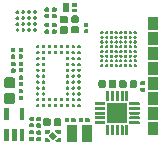
<source format=gbr>
%TF.GenerationSoftware,KiCad,Pcbnew,8.0.7*%
%TF.CreationDate,2025-01-06T01:22:01-08:00*%
%TF.ProjectId,Miniscope-v4-Wire-Free,4d696e69-7363-46f7-9065-2d76342d5769,rev?*%
%TF.SameCoordinates,Original*%
%TF.FileFunction,Soldermask,Bot*%
%TF.FilePolarity,Negative*%
%FSLAX46Y46*%
G04 Gerber Fmt 4.6, Leading zero omitted, Abs format (unit mm)*
G04 Created by KiCad (PCBNEW 8.0.7) date 2025-01-06 01:22:01*
%MOMM*%
%LPD*%
G01*
G04 APERTURE LIST*
G04 APERTURE END LIST*
G36*
X85862920Y-68663733D02*
G01*
X85871161Y-68669239D01*
X85876667Y-68677480D01*
X85878600Y-68687200D01*
X85878600Y-70008000D01*
X85876667Y-70017720D01*
X85871161Y-70025961D01*
X85862920Y-70031467D01*
X85853200Y-70033400D01*
X85040400Y-70033400D01*
X85030680Y-70031467D01*
X85022439Y-70025961D01*
X85016933Y-70017720D01*
X85015000Y-70008000D01*
X85015000Y-68687200D01*
X85016933Y-68677480D01*
X85022439Y-68669239D01*
X85030680Y-68663733D01*
X85040400Y-68661800D01*
X85853200Y-68661800D01*
X85862920Y-68663733D01*
G37*
G36*
X87132920Y-68663733D02*
G01*
X87141161Y-68669239D01*
X87146667Y-68677480D01*
X87148600Y-68687200D01*
X87148600Y-70008000D01*
X87146667Y-70017720D01*
X87141161Y-70025961D01*
X87132920Y-70031467D01*
X87123200Y-70033400D01*
X86310400Y-70033400D01*
X86300680Y-70031467D01*
X86292439Y-70025961D01*
X86286933Y-70017720D01*
X86285000Y-70008000D01*
X86285000Y-68687200D01*
X86286933Y-68677480D01*
X86292439Y-68669239D01*
X86300680Y-68663733D01*
X86310400Y-68661800D01*
X87123200Y-68661800D01*
X87132920Y-68663733D01*
G37*
G36*
X83411096Y-69729304D02*
G01*
X83591096Y-69909304D01*
X83600000Y-69930800D01*
X83600000Y-70000800D01*
X83591096Y-70022296D01*
X83569600Y-70031200D01*
X83562021Y-70031200D01*
X83177179Y-70031200D01*
X83169600Y-70031200D01*
X83148104Y-70022296D01*
X83139200Y-70000800D01*
X83139200Y-69750800D01*
X83148104Y-69729304D01*
X83169600Y-69720400D01*
X83389600Y-69720400D01*
X83411096Y-69729304D01*
G37*
G36*
X84491096Y-69729304D02*
G01*
X84500000Y-69750800D01*
X84500000Y-70000800D01*
X84491096Y-70022296D01*
X84469600Y-70031200D01*
X84462021Y-70031200D01*
X84077179Y-70031200D01*
X84069600Y-70031200D01*
X84048104Y-70022296D01*
X84039200Y-70000800D01*
X84039200Y-69930800D01*
X84048104Y-69909304D01*
X84053462Y-69903945D01*
X84053463Y-69903944D01*
X84222744Y-69734663D01*
X84222745Y-69734662D01*
X84228104Y-69729304D01*
X84249600Y-69720400D01*
X84469600Y-69720400D01*
X84491096Y-69729304D01*
G37*
G36*
X80098120Y-68977133D02*
G01*
X80106361Y-68982639D01*
X80111867Y-68990880D01*
X80113800Y-69000600D01*
X80113800Y-69990600D01*
X80111867Y-70000320D01*
X80106361Y-70008561D01*
X80098120Y-70014067D01*
X80088400Y-70016000D01*
X79748400Y-70016000D01*
X79738680Y-70014067D01*
X79730439Y-70008561D01*
X79724933Y-70000320D01*
X79723000Y-69990600D01*
X79723000Y-69000600D01*
X79724933Y-68990880D01*
X79730439Y-68982639D01*
X79738680Y-68977133D01*
X79748400Y-68975200D01*
X80088400Y-68975200D01*
X80098120Y-68977133D01*
G37*
G36*
X80748120Y-68977133D02*
G01*
X80756361Y-68982639D01*
X80761867Y-68990880D01*
X80763800Y-69000600D01*
X80763800Y-69990600D01*
X80761867Y-70000320D01*
X80756361Y-70008561D01*
X80748120Y-70014067D01*
X80738400Y-70016000D01*
X80398400Y-70016000D01*
X80388680Y-70014067D01*
X80380439Y-70008561D01*
X80374933Y-70000320D01*
X80373000Y-69990600D01*
X80373000Y-69000600D01*
X80374933Y-68990880D01*
X80380439Y-68982639D01*
X80388680Y-68977133D01*
X80398400Y-68975200D01*
X80738400Y-68975200D01*
X80748120Y-68977133D01*
G37*
G36*
X81398120Y-68977133D02*
G01*
X81406361Y-68982639D01*
X81411867Y-68990880D01*
X81413800Y-69000600D01*
X81413800Y-69990600D01*
X81411867Y-70000320D01*
X81406361Y-70008561D01*
X81398120Y-70014067D01*
X81388400Y-70016000D01*
X81048400Y-70016000D01*
X81038680Y-70014067D01*
X81030439Y-70008561D01*
X81024933Y-70000320D01*
X81023000Y-69990600D01*
X81023000Y-69000600D01*
X81024933Y-68990880D01*
X81030439Y-68982639D01*
X81038680Y-68977133D01*
X81048400Y-68975200D01*
X81388400Y-68975200D01*
X81398120Y-68977133D01*
G37*
G36*
X82757678Y-69653233D02*
G01*
X82791061Y-69675539D01*
X82813367Y-69708922D01*
X82821200Y-69748300D01*
X82821200Y-69903300D01*
X82813367Y-69942678D01*
X82791061Y-69976061D01*
X82757678Y-69998367D01*
X82718300Y-70006200D01*
X82533300Y-70006200D01*
X82493922Y-69998367D01*
X82460539Y-69976061D01*
X82438233Y-69942678D01*
X82430400Y-69903300D01*
X82430400Y-69748300D01*
X82438233Y-69708922D01*
X82460539Y-69675539D01*
X82493922Y-69653233D01*
X82533300Y-69645400D01*
X82718300Y-69645400D01*
X82757678Y-69653233D01*
G37*
G36*
X82148078Y-69627833D02*
G01*
X82181461Y-69650139D01*
X82203767Y-69683522D01*
X82211600Y-69722900D01*
X82211600Y-69877900D01*
X82203767Y-69917278D01*
X82181461Y-69950661D01*
X82148078Y-69972967D01*
X82108700Y-69980800D01*
X81923700Y-69980800D01*
X81884322Y-69972967D01*
X81850939Y-69950661D01*
X81828633Y-69917278D01*
X81820800Y-69877900D01*
X81820800Y-69722900D01*
X81828633Y-69683522D01*
X81850939Y-69650139D01*
X81884322Y-69627833D01*
X81923700Y-69620000D01*
X82108700Y-69620000D01*
X82148078Y-69627833D01*
G37*
G36*
X83829321Y-69187922D02*
G01*
X83837561Y-69193428D01*
X84176972Y-69532839D01*
X84182478Y-69541079D01*
X84184412Y-69550800D01*
X84182478Y-69560521D01*
X84176972Y-69568761D01*
X83837561Y-69908172D01*
X83829321Y-69913678D01*
X83819600Y-69915612D01*
X83809879Y-69913678D01*
X83801639Y-69908172D01*
X83462228Y-69568761D01*
X83456722Y-69560521D01*
X83454788Y-69550800D01*
X83456722Y-69541079D01*
X83462228Y-69532839D01*
X83670920Y-69324147D01*
X83798985Y-69196081D01*
X83798988Y-69196078D01*
X83801639Y-69193428D01*
X83809879Y-69187922D01*
X83819600Y-69185988D01*
X83829321Y-69187922D01*
G37*
G36*
X88559454Y-68626439D02*
G01*
X88583916Y-68642784D01*
X88600261Y-68667246D01*
X88606000Y-68696100D01*
X88606000Y-69446100D01*
X88600261Y-69474954D01*
X88583916Y-69499416D01*
X88559454Y-69515761D01*
X88530600Y-69521500D01*
X88430600Y-69521500D01*
X88401746Y-69515761D01*
X88377284Y-69499416D01*
X88360939Y-69474954D01*
X88355200Y-69446100D01*
X88355200Y-68696100D01*
X88360939Y-68667246D01*
X88377284Y-68642784D01*
X88401746Y-68626439D01*
X88430600Y-68620700D01*
X88530600Y-68620700D01*
X88559454Y-68626439D01*
G37*
G36*
X88959454Y-68626439D02*
G01*
X88983916Y-68642784D01*
X89000261Y-68667246D01*
X89006000Y-68696100D01*
X89006000Y-69446100D01*
X89000261Y-69474954D01*
X88983916Y-69499416D01*
X88959454Y-69515761D01*
X88930600Y-69521500D01*
X88830600Y-69521500D01*
X88801746Y-69515761D01*
X88777284Y-69499416D01*
X88760939Y-69474954D01*
X88755200Y-69446100D01*
X88755200Y-68696100D01*
X88760939Y-68667246D01*
X88777284Y-68642784D01*
X88801746Y-68626439D01*
X88830600Y-68620700D01*
X88930600Y-68620700D01*
X88959454Y-68626439D01*
G37*
G36*
X89359454Y-68626439D02*
G01*
X89383916Y-68642784D01*
X89400261Y-68667246D01*
X89406000Y-68696100D01*
X89406000Y-69446100D01*
X89400261Y-69474954D01*
X89383916Y-69499416D01*
X89359454Y-69515761D01*
X89330600Y-69521500D01*
X89230600Y-69521500D01*
X89201746Y-69515761D01*
X89177284Y-69499416D01*
X89160939Y-69474954D01*
X89155200Y-69446100D01*
X89155200Y-68696100D01*
X89160939Y-68667246D01*
X89177284Y-68642784D01*
X89201746Y-68626439D01*
X89230600Y-68620700D01*
X89330600Y-68620700D01*
X89359454Y-68626439D01*
G37*
G36*
X89759454Y-68626439D02*
G01*
X89783916Y-68642784D01*
X89800261Y-68667246D01*
X89806000Y-68696100D01*
X89806000Y-69446100D01*
X89800261Y-69474954D01*
X89783916Y-69499416D01*
X89759454Y-69515761D01*
X89730600Y-69521500D01*
X89630600Y-69521500D01*
X89601746Y-69515761D01*
X89577284Y-69499416D01*
X89560939Y-69474954D01*
X89555200Y-69446100D01*
X89555200Y-68696100D01*
X89560939Y-68667246D01*
X89577284Y-68642784D01*
X89601746Y-68626439D01*
X89630600Y-68620700D01*
X89730600Y-68620700D01*
X89759454Y-68626439D01*
G37*
G36*
X90159454Y-68626439D02*
G01*
X90183916Y-68642784D01*
X90200261Y-68667246D01*
X90206000Y-68696100D01*
X90206000Y-69446100D01*
X90200261Y-69474954D01*
X90183916Y-69499416D01*
X90159454Y-69515761D01*
X90130600Y-69521500D01*
X90030600Y-69521500D01*
X90001746Y-69515761D01*
X89977284Y-69499416D01*
X89960939Y-69474954D01*
X89955200Y-69446100D01*
X89955200Y-68696100D01*
X89960939Y-68667246D01*
X89977284Y-68642784D01*
X90001746Y-68626439D01*
X90030600Y-68620700D01*
X90130600Y-68620700D01*
X90159454Y-68626439D01*
G37*
G36*
X92739920Y-68421533D02*
G01*
X92748161Y-68427039D01*
X92753667Y-68435280D01*
X92755600Y-68445000D01*
X92755600Y-69445000D01*
X92753667Y-69454720D01*
X92748161Y-69462961D01*
X92739920Y-69468467D01*
X92730200Y-69470400D01*
X91930200Y-69470400D01*
X91920480Y-69468467D01*
X91912239Y-69462961D01*
X91906733Y-69454720D01*
X91904800Y-69445000D01*
X91904800Y-68445000D01*
X91906733Y-68435280D01*
X91912239Y-68427039D01*
X91920480Y-68421533D01*
X91930200Y-68419600D01*
X92730200Y-68419600D01*
X92739920Y-68421533D01*
G37*
G36*
X82757678Y-69103233D02*
G01*
X82791061Y-69125539D01*
X82813367Y-69158922D01*
X82821200Y-69198300D01*
X82821200Y-69353300D01*
X82813367Y-69392678D01*
X82791061Y-69426061D01*
X82757678Y-69448367D01*
X82718300Y-69456200D01*
X82533300Y-69456200D01*
X82493922Y-69448367D01*
X82460539Y-69426061D01*
X82438233Y-69392678D01*
X82430400Y-69353300D01*
X82430400Y-69198300D01*
X82438233Y-69158922D01*
X82460539Y-69125539D01*
X82493922Y-69103233D01*
X82533300Y-69095400D01*
X82718300Y-69095400D01*
X82757678Y-69103233D01*
G37*
G36*
X82148078Y-69077833D02*
G01*
X82181461Y-69100139D01*
X82203767Y-69133522D01*
X82211600Y-69172900D01*
X82211600Y-69327900D01*
X82203767Y-69367278D01*
X82181461Y-69400661D01*
X82148078Y-69422967D01*
X82108700Y-69430800D01*
X81923700Y-69430800D01*
X81884322Y-69422967D01*
X81850939Y-69400661D01*
X81828633Y-69367278D01*
X81820800Y-69327900D01*
X81820800Y-69172900D01*
X81828633Y-69133522D01*
X81850939Y-69100139D01*
X81884322Y-69077833D01*
X81923700Y-69070000D01*
X82108700Y-69070000D01*
X82148078Y-69077833D01*
G37*
G36*
X83591096Y-69079304D02*
G01*
X83600000Y-69100800D01*
X83600000Y-69170800D01*
X83591096Y-69192296D01*
X83411096Y-69372296D01*
X83389600Y-69381200D01*
X83382021Y-69381200D01*
X83177179Y-69381200D01*
X83169600Y-69381200D01*
X83148104Y-69372296D01*
X83139200Y-69350800D01*
X83139200Y-69100800D01*
X83148104Y-69079304D01*
X83169600Y-69070400D01*
X83569600Y-69070400D01*
X83591096Y-69079304D01*
G37*
G36*
X84491096Y-69079304D02*
G01*
X84500000Y-69100800D01*
X84500000Y-69350800D01*
X84491096Y-69372296D01*
X84469600Y-69381200D01*
X84462021Y-69381200D01*
X84257179Y-69381200D01*
X84249600Y-69381200D01*
X84228104Y-69372296D01*
X83978104Y-69122296D01*
X83969200Y-69100800D01*
X83978104Y-69079304D01*
X83999600Y-69070400D01*
X84469600Y-69070400D01*
X84491096Y-69079304D01*
G37*
G36*
X82755478Y-68506233D02*
G01*
X82788861Y-68528539D01*
X82811167Y-68561922D01*
X82819000Y-68601300D01*
X82819000Y-68756300D01*
X82811167Y-68795678D01*
X82788861Y-68829061D01*
X82755478Y-68851367D01*
X82716100Y-68859200D01*
X82531100Y-68859200D01*
X82491722Y-68851367D01*
X82458339Y-68829061D01*
X82436033Y-68795678D01*
X82428200Y-68756300D01*
X82428200Y-68601300D01*
X82436033Y-68561922D01*
X82458339Y-68528539D01*
X82491722Y-68506233D01*
X82531100Y-68498400D01*
X82716100Y-68498400D01*
X82755478Y-68506233D01*
G37*
G36*
X82173478Y-68484833D02*
G01*
X82206861Y-68507139D01*
X82229167Y-68540522D01*
X82237000Y-68579900D01*
X82237000Y-68734900D01*
X82229167Y-68774278D01*
X82206861Y-68807661D01*
X82173478Y-68829967D01*
X82134100Y-68837800D01*
X81949100Y-68837800D01*
X81909722Y-68829967D01*
X81876339Y-68807661D01*
X81854033Y-68774278D01*
X81846200Y-68734900D01*
X81846200Y-68579900D01*
X81854033Y-68540522D01*
X81876339Y-68507139D01*
X81909722Y-68484833D01*
X81949100Y-68477000D01*
X82134100Y-68477000D01*
X82173478Y-68484833D01*
G37*
G36*
X83534009Y-68054971D02*
G01*
X83589291Y-68091909D01*
X83626229Y-68147191D01*
X83639200Y-68212400D01*
X83639200Y-68552400D01*
X83626229Y-68617609D01*
X83589291Y-68672891D01*
X83534009Y-68709829D01*
X83468800Y-68722800D01*
X83178800Y-68722800D01*
X83113591Y-68709829D01*
X83058309Y-68672891D01*
X83021371Y-68617609D01*
X83008400Y-68552400D01*
X83008400Y-68212400D01*
X83021371Y-68147191D01*
X83058309Y-68091909D01*
X83113591Y-68054971D01*
X83178800Y-68042000D01*
X83468800Y-68042000D01*
X83534009Y-68054971D01*
G37*
G36*
X84424009Y-68054971D02*
G01*
X84479291Y-68091909D01*
X84516229Y-68147191D01*
X84529200Y-68212400D01*
X84529200Y-68552400D01*
X84516229Y-68617609D01*
X84479291Y-68672891D01*
X84424009Y-68709829D01*
X84358800Y-68722800D01*
X84068800Y-68722800D01*
X84003591Y-68709829D01*
X83948309Y-68672891D01*
X83911371Y-68617609D01*
X83898400Y-68552400D01*
X83898400Y-68212400D01*
X83911371Y-68147191D01*
X83948309Y-68091909D01*
X84003591Y-68054971D01*
X84068800Y-68042000D01*
X84358800Y-68042000D01*
X84424009Y-68054971D01*
G37*
G36*
X88234454Y-68301439D02*
G01*
X88258916Y-68317784D01*
X88275261Y-68342246D01*
X88281000Y-68371100D01*
X88281000Y-68471100D01*
X88275261Y-68499954D01*
X88258916Y-68524416D01*
X88234454Y-68540761D01*
X88205600Y-68546500D01*
X87455600Y-68546500D01*
X87426746Y-68540761D01*
X87402284Y-68524416D01*
X87385939Y-68499954D01*
X87380200Y-68471100D01*
X87380200Y-68371100D01*
X87385939Y-68342246D01*
X87402284Y-68317784D01*
X87426746Y-68301439D01*
X87455600Y-68295700D01*
X88205600Y-68295700D01*
X88234454Y-68301439D01*
G37*
G36*
X91134454Y-68301439D02*
G01*
X91158916Y-68317784D01*
X91175261Y-68342246D01*
X91181000Y-68371100D01*
X91181000Y-68471100D01*
X91175261Y-68499954D01*
X91158916Y-68524416D01*
X91134454Y-68540761D01*
X91105600Y-68546500D01*
X90355600Y-68546500D01*
X90326746Y-68540761D01*
X90302284Y-68524416D01*
X90285939Y-68499954D01*
X90280200Y-68471100D01*
X90280200Y-68371100D01*
X90285939Y-68342246D01*
X90302284Y-68317784D01*
X90326746Y-68301439D01*
X90355600Y-68295700D01*
X91105600Y-68295700D01*
X91134454Y-68301439D01*
G37*
G36*
X90115320Y-66772633D02*
G01*
X90123561Y-66778139D01*
X90129067Y-66786380D01*
X90131000Y-66796100D01*
X90131000Y-68446100D01*
X90129067Y-68455820D01*
X90123561Y-68464061D01*
X90115320Y-68469567D01*
X90105600Y-68471500D01*
X88455600Y-68471500D01*
X88445880Y-68469567D01*
X88437639Y-68464061D01*
X88432133Y-68455820D01*
X88430200Y-68446100D01*
X88430200Y-66796100D01*
X88432133Y-66786380D01*
X88437639Y-66778139D01*
X88445880Y-66772633D01*
X88455600Y-66770700D01*
X90105600Y-66770700D01*
X90115320Y-66772633D01*
G37*
G36*
X86317978Y-68025733D02*
G01*
X86351361Y-68048039D01*
X86373667Y-68081422D01*
X86381500Y-68120800D01*
X86381500Y-68305800D01*
X86373667Y-68345178D01*
X86351361Y-68378561D01*
X86317978Y-68400867D01*
X86278600Y-68408700D01*
X86123600Y-68408700D01*
X86084222Y-68400867D01*
X86050839Y-68378561D01*
X86028533Y-68345178D01*
X86020700Y-68305800D01*
X86020700Y-68120800D01*
X86028533Y-68081422D01*
X86050839Y-68048039D01*
X86084222Y-68025733D01*
X86123600Y-68017900D01*
X86278600Y-68017900D01*
X86317978Y-68025733D01*
G37*
G36*
X86867978Y-68025733D02*
G01*
X86901361Y-68048039D01*
X86923667Y-68081422D01*
X86931500Y-68120800D01*
X86931500Y-68305800D01*
X86923667Y-68345178D01*
X86901361Y-68378561D01*
X86867978Y-68400867D01*
X86828600Y-68408700D01*
X86673600Y-68408700D01*
X86634222Y-68400867D01*
X86600839Y-68378561D01*
X86578533Y-68345178D01*
X86570700Y-68305800D01*
X86570700Y-68120800D01*
X86578533Y-68081422D01*
X86600839Y-68048039D01*
X86634222Y-68025733D01*
X86673600Y-68017900D01*
X86828600Y-68017900D01*
X86867978Y-68025733D01*
G37*
G36*
X85132478Y-68020833D02*
G01*
X85165861Y-68043139D01*
X85188167Y-68076522D01*
X85196000Y-68115900D01*
X85196000Y-68300900D01*
X85188167Y-68340278D01*
X85165861Y-68373661D01*
X85132478Y-68395967D01*
X85093100Y-68403800D01*
X84938100Y-68403800D01*
X84898722Y-68395967D01*
X84865339Y-68373661D01*
X84843033Y-68340278D01*
X84835200Y-68300900D01*
X84835200Y-68115900D01*
X84843033Y-68076522D01*
X84865339Y-68043139D01*
X84898722Y-68020833D01*
X84938100Y-68013000D01*
X85093100Y-68013000D01*
X85132478Y-68020833D01*
G37*
G36*
X85682478Y-68020833D02*
G01*
X85715861Y-68043139D01*
X85738167Y-68076522D01*
X85746000Y-68115900D01*
X85746000Y-68300900D01*
X85738167Y-68340278D01*
X85715861Y-68373661D01*
X85682478Y-68395967D01*
X85643100Y-68403800D01*
X85488100Y-68403800D01*
X85448722Y-68395967D01*
X85415339Y-68373661D01*
X85393033Y-68340278D01*
X85385200Y-68300900D01*
X85385200Y-68115900D01*
X85393033Y-68076522D01*
X85415339Y-68043139D01*
X85448722Y-68020833D01*
X85488100Y-68013000D01*
X85643100Y-68013000D01*
X85682478Y-68020833D01*
G37*
G36*
X82755478Y-67956233D02*
G01*
X82788861Y-67978539D01*
X82811167Y-68011922D01*
X82819000Y-68051300D01*
X82819000Y-68206300D01*
X82811167Y-68245678D01*
X82788861Y-68279061D01*
X82755478Y-68301367D01*
X82716100Y-68309200D01*
X82531100Y-68309200D01*
X82491722Y-68301367D01*
X82458339Y-68279061D01*
X82436033Y-68245678D01*
X82428200Y-68206300D01*
X82428200Y-68051300D01*
X82436033Y-68011922D01*
X82458339Y-67978539D01*
X82491722Y-67956233D01*
X82531100Y-67948400D01*
X82716100Y-67948400D01*
X82755478Y-67956233D01*
G37*
G36*
X82173478Y-67934833D02*
G01*
X82206861Y-67957139D01*
X82229167Y-67990522D01*
X82237000Y-68029900D01*
X82237000Y-68184900D01*
X82229167Y-68224278D01*
X82206861Y-68257661D01*
X82173478Y-68279967D01*
X82134100Y-68287800D01*
X81949100Y-68287800D01*
X81909722Y-68279967D01*
X81876339Y-68257661D01*
X81854033Y-68224278D01*
X81846200Y-68184900D01*
X81846200Y-68029900D01*
X81854033Y-67990522D01*
X81876339Y-67957139D01*
X81909722Y-67934833D01*
X81949100Y-67927000D01*
X82134100Y-67927000D01*
X82173478Y-67934833D01*
G37*
G36*
X92739920Y-67151533D02*
G01*
X92748161Y-67157039D01*
X92753667Y-67165280D01*
X92755600Y-67175000D01*
X92755600Y-68175000D01*
X92753667Y-68184720D01*
X92748161Y-68192961D01*
X92739920Y-68198467D01*
X92730200Y-68200400D01*
X91930200Y-68200400D01*
X91920480Y-68198467D01*
X91912239Y-68192961D01*
X91906733Y-68184720D01*
X91904800Y-68175000D01*
X91904800Y-67175000D01*
X91906733Y-67165280D01*
X91912239Y-67157039D01*
X91920480Y-67151533D01*
X91930200Y-67149600D01*
X92730200Y-67149600D01*
X92739920Y-67151533D01*
G37*
G36*
X80098120Y-67157133D02*
G01*
X80106361Y-67162639D01*
X80111867Y-67170880D01*
X80113800Y-67180600D01*
X80113800Y-68170600D01*
X80111867Y-68180320D01*
X80106361Y-68188561D01*
X80098120Y-68194067D01*
X80088400Y-68196000D01*
X79748400Y-68196000D01*
X79738680Y-68194067D01*
X79730439Y-68188561D01*
X79724933Y-68180320D01*
X79723000Y-68170600D01*
X79723000Y-67180600D01*
X79724933Y-67170880D01*
X79730439Y-67162639D01*
X79738680Y-67157133D01*
X79748400Y-67155200D01*
X80088400Y-67155200D01*
X80098120Y-67157133D01*
G37*
G36*
X81398120Y-67157133D02*
G01*
X81406361Y-67162639D01*
X81411867Y-67170880D01*
X81413800Y-67180600D01*
X81413800Y-68170600D01*
X81411867Y-68180320D01*
X81406361Y-68188561D01*
X81398120Y-68194067D01*
X81388400Y-68196000D01*
X81048400Y-68196000D01*
X81038680Y-68194067D01*
X81030439Y-68188561D01*
X81024933Y-68180320D01*
X81023000Y-68170600D01*
X81023000Y-67180600D01*
X81024933Y-67170880D01*
X81030439Y-67162639D01*
X81038680Y-67157133D01*
X81048400Y-67155200D01*
X81388400Y-67155200D01*
X81398120Y-67157133D01*
G37*
G36*
X88234454Y-67901439D02*
G01*
X88258916Y-67917784D01*
X88275261Y-67942246D01*
X88281000Y-67971100D01*
X88281000Y-68071100D01*
X88275261Y-68099954D01*
X88258916Y-68124416D01*
X88234454Y-68140761D01*
X88205600Y-68146500D01*
X87455600Y-68146500D01*
X87426746Y-68140761D01*
X87402284Y-68124416D01*
X87385939Y-68099954D01*
X87380200Y-68071100D01*
X87380200Y-67971100D01*
X87385939Y-67942246D01*
X87402284Y-67917784D01*
X87426746Y-67901439D01*
X87455600Y-67895700D01*
X88205600Y-67895700D01*
X88234454Y-67901439D01*
G37*
G36*
X91134454Y-67901439D02*
G01*
X91158916Y-67917784D01*
X91175261Y-67942246D01*
X91181000Y-67971100D01*
X91181000Y-68071100D01*
X91175261Y-68099954D01*
X91158916Y-68124416D01*
X91134454Y-68140761D01*
X91105600Y-68146500D01*
X90355600Y-68146500D01*
X90326746Y-68140761D01*
X90302284Y-68124416D01*
X90285939Y-68099954D01*
X90280200Y-68071100D01*
X90280200Y-67971100D01*
X90285939Y-67942246D01*
X90302284Y-67917784D01*
X90326746Y-67901439D01*
X90355600Y-67895700D01*
X91105600Y-67895700D01*
X91134454Y-67901439D01*
G37*
G36*
X88234454Y-67501439D02*
G01*
X88258916Y-67517784D01*
X88275261Y-67542246D01*
X88281000Y-67571100D01*
X88281000Y-67671100D01*
X88275261Y-67699954D01*
X88258916Y-67724416D01*
X88234454Y-67740761D01*
X88205600Y-67746500D01*
X87455600Y-67746500D01*
X87426746Y-67740761D01*
X87402284Y-67724416D01*
X87385939Y-67699954D01*
X87380200Y-67671100D01*
X87380200Y-67571100D01*
X87385939Y-67542246D01*
X87402284Y-67517784D01*
X87426746Y-67501439D01*
X87455600Y-67495700D01*
X88205600Y-67495700D01*
X88234454Y-67501439D01*
G37*
G36*
X91134454Y-67501439D02*
G01*
X91158916Y-67517784D01*
X91175261Y-67542246D01*
X91181000Y-67571100D01*
X91181000Y-67671100D01*
X91175261Y-67699954D01*
X91158916Y-67724416D01*
X91134454Y-67740761D01*
X91105600Y-67746500D01*
X90355600Y-67746500D01*
X90326746Y-67740761D01*
X90302284Y-67724416D01*
X90285939Y-67699954D01*
X90280200Y-67671100D01*
X90280200Y-67571100D01*
X90285939Y-67542246D01*
X90302284Y-67517784D01*
X90326746Y-67501439D01*
X90355600Y-67495700D01*
X91105600Y-67495700D01*
X91134454Y-67501439D01*
G37*
G36*
X88234454Y-67101439D02*
G01*
X88258916Y-67117784D01*
X88275261Y-67142246D01*
X88281000Y-67171100D01*
X88281000Y-67271100D01*
X88275261Y-67299954D01*
X88258916Y-67324416D01*
X88234454Y-67340761D01*
X88205600Y-67346500D01*
X87455600Y-67346500D01*
X87426746Y-67340761D01*
X87402284Y-67324416D01*
X87385939Y-67299954D01*
X87380200Y-67271100D01*
X87380200Y-67171100D01*
X87385939Y-67142246D01*
X87402284Y-67117784D01*
X87426746Y-67101439D01*
X87455600Y-67095700D01*
X88205600Y-67095700D01*
X88234454Y-67101439D01*
G37*
G36*
X91134454Y-67101439D02*
G01*
X91158916Y-67117784D01*
X91175261Y-67142246D01*
X91181000Y-67171100D01*
X91181000Y-67271100D01*
X91175261Y-67299954D01*
X91158916Y-67324416D01*
X91134454Y-67340761D01*
X91105600Y-67346500D01*
X90355600Y-67346500D01*
X90326746Y-67340761D01*
X90302284Y-67324416D01*
X90285939Y-67299954D01*
X90280200Y-67271100D01*
X90280200Y-67171100D01*
X90285939Y-67142246D01*
X90302284Y-67117784D01*
X90326746Y-67101439D01*
X90355600Y-67095700D01*
X91105600Y-67095700D01*
X91134454Y-67101439D01*
G37*
G36*
X82603556Y-66850649D02*
G01*
X82652349Y-66883251D01*
X82684951Y-66932044D01*
X82696400Y-66989600D01*
X82684951Y-67047156D01*
X82652349Y-67095949D01*
X82603556Y-67128551D01*
X82546000Y-67140000D01*
X82488444Y-67128551D01*
X82439651Y-67095949D01*
X82407049Y-67047156D01*
X82395600Y-66989600D01*
X82407049Y-66932044D01*
X82439651Y-66883251D01*
X82488444Y-66850649D01*
X82546000Y-66839200D01*
X82603556Y-66850649D01*
G37*
G36*
X83103556Y-66850649D02*
G01*
X83152349Y-66883251D01*
X83184951Y-66932044D01*
X83196400Y-66989600D01*
X83184951Y-67047156D01*
X83152349Y-67095949D01*
X83103556Y-67128551D01*
X83046000Y-67140000D01*
X82988444Y-67128551D01*
X82939651Y-67095949D01*
X82907049Y-67047156D01*
X82895600Y-66989600D01*
X82907049Y-66932044D01*
X82939651Y-66883251D01*
X82988444Y-66850649D01*
X83046000Y-66839200D01*
X83103556Y-66850649D01*
G37*
G36*
X83603556Y-66850649D02*
G01*
X83652349Y-66883251D01*
X83684951Y-66932044D01*
X83696400Y-66989600D01*
X83684951Y-67047156D01*
X83652349Y-67095949D01*
X83603556Y-67128551D01*
X83546000Y-67140000D01*
X83488444Y-67128551D01*
X83439651Y-67095949D01*
X83407049Y-67047156D01*
X83395600Y-66989600D01*
X83407049Y-66932044D01*
X83439651Y-66883251D01*
X83488444Y-66850649D01*
X83546000Y-66839200D01*
X83603556Y-66850649D01*
G37*
G36*
X84103556Y-66850649D02*
G01*
X84152349Y-66883251D01*
X84184951Y-66932044D01*
X84196400Y-66989600D01*
X84184951Y-67047156D01*
X84152349Y-67095949D01*
X84103556Y-67128551D01*
X84046000Y-67140000D01*
X83988444Y-67128551D01*
X83939651Y-67095949D01*
X83907049Y-67047156D01*
X83895600Y-66989600D01*
X83907049Y-66932044D01*
X83939651Y-66883251D01*
X83988444Y-66850649D01*
X84046000Y-66839200D01*
X84103556Y-66850649D01*
G37*
G36*
X84603556Y-66850649D02*
G01*
X84652349Y-66883251D01*
X84684951Y-66932044D01*
X84696400Y-66989600D01*
X84684951Y-67047156D01*
X84652349Y-67095949D01*
X84603556Y-67128551D01*
X84546000Y-67140000D01*
X84488444Y-67128551D01*
X84439651Y-67095949D01*
X84407049Y-67047156D01*
X84395600Y-66989600D01*
X84407049Y-66932044D01*
X84439651Y-66883251D01*
X84488444Y-66850649D01*
X84546000Y-66839200D01*
X84603556Y-66850649D01*
G37*
G36*
X85103556Y-66850649D02*
G01*
X85152349Y-66883251D01*
X85184951Y-66932044D01*
X85196400Y-66989600D01*
X85184951Y-67047156D01*
X85152349Y-67095949D01*
X85103556Y-67128551D01*
X85046000Y-67140000D01*
X84988444Y-67128551D01*
X84939651Y-67095949D01*
X84907049Y-67047156D01*
X84895600Y-66989600D01*
X84907049Y-66932044D01*
X84939651Y-66883251D01*
X84988444Y-66850649D01*
X85046000Y-66839200D01*
X85103556Y-66850649D01*
G37*
G36*
X85603556Y-66850649D02*
G01*
X85652349Y-66883251D01*
X85684951Y-66932044D01*
X85696400Y-66989600D01*
X85684951Y-67047156D01*
X85652349Y-67095949D01*
X85603556Y-67128551D01*
X85546000Y-67140000D01*
X85488444Y-67128551D01*
X85439651Y-67095949D01*
X85407049Y-67047156D01*
X85395600Y-66989600D01*
X85407049Y-66932044D01*
X85439651Y-66883251D01*
X85488444Y-66850649D01*
X85546000Y-66839200D01*
X85603556Y-66850649D01*
G37*
G36*
X86103556Y-66850649D02*
G01*
X86152349Y-66883251D01*
X86184951Y-66932044D01*
X86196400Y-66989600D01*
X86184951Y-67047156D01*
X86152349Y-67095949D01*
X86103556Y-67128551D01*
X86046000Y-67140000D01*
X85988444Y-67128551D01*
X85939651Y-67095949D01*
X85907049Y-67047156D01*
X85895600Y-66989600D01*
X85907049Y-66932044D01*
X85939651Y-66883251D01*
X85988444Y-66850649D01*
X86046000Y-66839200D01*
X86103556Y-66850649D01*
G37*
G36*
X88234454Y-66701439D02*
G01*
X88258916Y-66717784D01*
X88275261Y-66742246D01*
X88281000Y-66771100D01*
X88281000Y-66871100D01*
X88275261Y-66899954D01*
X88258916Y-66924416D01*
X88234454Y-66940761D01*
X88205600Y-66946500D01*
X87455600Y-66946500D01*
X87426746Y-66940761D01*
X87402284Y-66924416D01*
X87385939Y-66899954D01*
X87380200Y-66871100D01*
X87380200Y-66771100D01*
X87385939Y-66742246D01*
X87402284Y-66717784D01*
X87426746Y-66701439D01*
X87455600Y-66695700D01*
X88205600Y-66695700D01*
X88234454Y-66701439D01*
G37*
G36*
X91134454Y-66701439D02*
G01*
X91158916Y-66717784D01*
X91175261Y-66742246D01*
X91181000Y-66771100D01*
X91181000Y-66871100D01*
X91175261Y-66899954D01*
X91158916Y-66924416D01*
X91134454Y-66940761D01*
X91105600Y-66946500D01*
X90355600Y-66946500D01*
X90326746Y-66940761D01*
X90302284Y-66924416D01*
X90285939Y-66899954D01*
X90280200Y-66871100D01*
X90280200Y-66771100D01*
X90285939Y-66742246D01*
X90302284Y-66717784D01*
X90326746Y-66701439D01*
X90355600Y-66695700D01*
X91105600Y-66695700D01*
X91134454Y-66701439D01*
G37*
G36*
X92739920Y-65881533D02*
G01*
X92748161Y-65887039D01*
X92753667Y-65895280D01*
X92755600Y-65905000D01*
X92755600Y-66905000D01*
X92753667Y-66914720D01*
X92748161Y-66922961D01*
X92739920Y-66928467D01*
X92730200Y-66930400D01*
X91930200Y-66930400D01*
X91920480Y-66928467D01*
X91912239Y-66922961D01*
X91906733Y-66914720D01*
X91904800Y-66905000D01*
X91904800Y-65905000D01*
X91906733Y-65895280D01*
X91912239Y-65887039D01*
X91920480Y-65881533D01*
X91930200Y-65879600D01*
X92730200Y-65879600D01*
X92739920Y-65881533D01*
G37*
G36*
X80402581Y-65931412D02*
G01*
X80454862Y-65937478D01*
X80472724Y-65945365D01*
X80494367Y-65949670D01*
X80517539Y-65965153D01*
X80539224Y-65974728D01*
X80554034Y-65989538D01*
X80574792Y-66003408D01*
X80588661Y-66024165D01*
X80603471Y-66038975D01*
X80613045Y-66060658D01*
X80628530Y-66083833D01*
X80632835Y-66105478D01*
X80640721Y-66123337D01*
X80646784Y-66175607D01*
X80647400Y-66178700D01*
X80647400Y-66623700D01*
X80646784Y-66626793D01*
X80640721Y-66679062D01*
X80632835Y-66696920D01*
X80628530Y-66718567D01*
X80613043Y-66741743D01*
X80603471Y-66763424D01*
X80588663Y-66778231D01*
X80574792Y-66798992D01*
X80554031Y-66812863D01*
X80539224Y-66827671D01*
X80517543Y-66837243D01*
X80494367Y-66852730D01*
X80472720Y-66857035D01*
X80454862Y-66864921D01*
X80402593Y-66870984D01*
X80399500Y-66871600D01*
X79924500Y-66871600D01*
X79921407Y-66870984D01*
X79869137Y-66864921D01*
X79851278Y-66857035D01*
X79829633Y-66852730D01*
X79806458Y-66837245D01*
X79784775Y-66827671D01*
X79769965Y-66812861D01*
X79749208Y-66798992D01*
X79735338Y-66778234D01*
X79720528Y-66763424D01*
X79710953Y-66741739D01*
X79695470Y-66718567D01*
X79691165Y-66696924D01*
X79683278Y-66679062D01*
X79677212Y-66626781D01*
X79676600Y-66623700D01*
X79676600Y-66178700D01*
X79677212Y-66175619D01*
X79683278Y-66123337D01*
X79691165Y-66105474D01*
X79695470Y-66083833D01*
X79710951Y-66060662D01*
X79720528Y-66038975D01*
X79735340Y-66024162D01*
X79749208Y-66003408D01*
X79769962Y-65989540D01*
X79784775Y-65974728D01*
X79806462Y-65965151D01*
X79829633Y-65949670D01*
X79851274Y-65945365D01*
X79869137Y-65937478D01*
X79921419Y-65931412D01*
X79924500Y-65930800D01*
X80399500Y-65930800D01*
X80402581Y-65931412D01*
G37*
G36*
X82603556Y-66350649D02*
G01*
X82652349Y-66383251D01*
X82684951Y-66432044D01*
X82696400Y-66489600D01*
X82684951Y-66547156D01*
X82652349Y-66595949D01*
X82603556Y-66628551D01*
X82546000Y-66640000D01*
X82488444Y-66628551D01*
X82439651Y-66595949D01*
X82407049Y-66547156D01*
X82395600Y-66489600D01*
X82407049Y-66432044D01*
X82439651Y-66383251D01*
X82488444Y-66350649D01*
X82546000Y-66339200D01*
X82603556Y-66350649D01*
G37*
G36*
X83103556Y-66350649D02*
G01*
X83152349Y-66383251D01*
X83184951Y-66432044D01*
X83196400Y-66489600D01*
X83184951Y-66547156D01*
X83152349Y-66595949D01*
X83103556Y-66628551D01*
X83046000Y-66640000D01*
X82988444Y-66628551D01*
X82939651Y-66595949D01*
X82907049Y-66547156D01*
X82895600Y-66489600D01*
X82907049Y-66432044D01*
X82939651Y-66383251D01*
X82988444Y-66350649D01*
X83046000Y-66339200D01*
X83103556Y-66350649D01*
G37*
G36*
X83603556Y-66350649D02*
G01*
X83652349Y-66383251D01*
X83684951Y-66432044D01*
X83696400Y-66489600D01*
X83684951Y-66547156D01*
X83652349Y-66595949D01*
X83603556Y-66628551D01*
X83546000Y-66640000D01*
X83488444Y-66628551D01*
X83439651Y-66595949D01*
X83407049Y-66547156D01*
X83395600Y-66489600D01*
X83407049Y-66432044D01*
X83439651Y-66383251D01*
X83488444Y-66350649D01*
X83546000Y-66339200D01*
X83603556Y-66350649D01*
G37*
G36*
X84103556Y-66350649D02*
G01*
X84152349Y-66383251D01*
X84184951Y-66432044D01*
X84196400Y-66489600D01*
X84184951Y-66547156D01*
X84152349Y-66595949D01*
X84103556Y-66628551D01*
X84046000Y-66640000D01*
X83988444Y-66628551D01*
X83939651Y-66595949D01*
X83907049Y-66547156D01*
X83895600Y-66489600D01*
X83907049Y-66432044D01*
X83939651Y-66383251D01*
X83988444Y-66350649D01*
X84046000Y-66339200D01*
X84103556Y-66350649D01*
G37*
G36*
X84603556Y-66350649D02*
G01*
X84652349Y-66383251D01*
X84684951Y-66432044D01*
X84696400Y-66489600D01*
X84684951Y-66547156D01*
X84652349Y-66595949D01*
X84603556Y-66628551D01*
X84546000Y-66640000D01*
X84488444Y-66628551D01*
X84439651Y-66595949D01*
X84407049Y-66547156D01*
X84395600Y-66489600D01*
X84407049Y-66432044D01*
X84439651Y-66383251D01*
X84488444Y-66350649D01*
X84546000Y-66339200D01*
X84603556Y-66350649D01*
G37*
G36*
X85103556Y-66350649D02*
G01*
X85152349Y-66383251D01*
X85184951Y-66432044D01*
X85196400Y-66489600D01*
X85184951Y-66547156D01*
X85152349Y-66595949D01*
X85103556Y-66628551D01*
X85046000Y-66640000D01*
X84988444Y-66628551D01*
X84939651Y-66595949D01*
X84907049Y-66547156D01*
X84895600Y-66489600D01*
X84907049Y-66432044D01*
X84939651Y-66383251D01*
X84988444Y-66350649D01*
X85046000Y-66339200D01*
X85103556Y-66350649D01*
G37*
G36*
X85603556Y-66350649D02*
G01*
X85652349Y-66383251D01*
X85684951Y-66432044D01*
X85696400Y-66489600D01*
X85684951Y-66547156D01*
X85652349Y-66595949D01*
X85603556Y-66628551D01*
X85546000Y-66640000D01*
X85488444Y-66628551D01*
X85439651Y-66595949D01*
X85407049Y-66547156D01*
X85395600Y-66489600D01*
X85407049Y-66432044D01*
X85439651Y-66383251D01*
X85488444Y-66350649D01*
X85546000Y-66339200D01*
X85603556Y-66350649D01*
G37*
G36*
X86103556Y-66350649D02*
G01*
X86152349Y-66383251D01*
X86184951Y-66432044D01*
X86196400Y-66489600D01*
X86184951Y-66547156D01*
X86152349Y-66595949D01*
X86103556Y-66628551D01*
X86046000Y-66640000D01*
X85988444Y-66628551D01*
X85939651Y-66595949D01*
X85907049Y-66547156D01*
X85895600Y-66489600D01*
X85907049Y-66432044D01*
X85939651Y-66383251D01*
X85988444Y-66350649D01*
X86046000Y-66339200D01*
X86103556Y-66350649D01*
G37*
G36*
X88559454Y-65726439D02*
G01*
X88583916Y-65742784D01*
X88600261Y-65767246D01*
X88606000Y-65796100D01*
X88606000Y-66546100D01*
X88600261Y-66574954D01*
X88583916Y-66599416D01*
X88559454Y-66615761D01*
X88530600Y-66621500D01*
X88430600Y-66621500D01*
X88401746Y-66615761D01*
X88377284Y-66599416D01*
X88360939Y-66574954D01*
X88355200Y-66546100D01*
X88355200Y-65796100D01*
X88360939Y-65767246D01*
X88377284Y-65742784D01*
X88401746Y-65726439D01*
X88430600Y-65720700D01*
X88530600Y-65720700D01*
X88559454Y-65726439D01*
G37*
G36*
X88959454Y-65726439D02*
G01*
X88983916Y-65742784D01*
X89000261Y-65767246D01*
X89006000Y-65796100D01*
X89006000Y-66546100D01*
X89000261Y-66574954D01*
X88983916Y-66599416D01*
X88959454Y-66615761D01*
X88930600Y-66621500D01*
X88830600Y-66621500D01*
X88801746Y-66615761D01*
X88777284Y-66599416D01*
X88760939Y-66574954D01*
X88755200Y-66546100D01*
X88755200Y-65796100D01*
X88760939Y-65767246D01*
X88777284Y-65742784D01*
X88801746Y-65726439D01*
X88830600Y-65720700D01*
X88930600Y-65720700D01*
X88959454Y-65726439D01*
G37*
G36*
X89359454Y-65726439D02*
G01*
X89383916Y-65742784D01*
X89400261Y-65767246D01*
X89406000Y-65796100D01*
X89406000Y-66546100D01*
X89400261Y-66574954D01*
X89383916Y-66599416D01*
X89359454Y-66615761D01*
X89330600Y-66621500D01*
X89230600Y-66621500D01*
X89201746Y-66615761D01*
X89177284Y-66599416D01*
X89160939Y-66574954D01*
X89155200Y-66546100D01*
X89155200Y-65796100D01*
X89160939Y-65767246D01*
X89177284Y-65742784D01*
X89201746Y-65726439D01*
X89230600Y-65720700D01*
X89330600Y-65720700D01*
X89359454Y-65726439D01*
G37*
G36*
X89759454Y-65726439D02*
G01*
X89783916Y-65742784D01*
X89800261Y-65767246D01*
X89806000Y-65796100D01*
X89806000Y-66546100D01*
X89800261Y-66574954D01*
X89783916Y-66599416D01*
X89759454Y-66615761D01*
X89730600Y-66621500D01*
X89630600Y-66621500D01*
X89601746Y-66615761D01*
X89577284Y-66599416D01*
X89560939Y-66574954D01*
X89555200Y-66546100D01*
X89555200Y-65796100D01*
X89560939Y-65767246D01*
X89577284Y-65742784D01*
X89601746Y-65726439D01*
X89630600Y-65720700D01*
X89730600Y-65720700D01*
X89759454Y-65726439D01*
G37*
G36*
X90159454Y-65726439D02*
G01*
X90183916Y-65742784D01*
X90200261Y-65767246D01*
X90206000Y-65796100D01*
X90206000Y-66546100D01*
X90200261Y-66574954D01*
X90183916Y-66599416D01*
X90159454Y-66615761D01*
X90130600Y-66621500D01*
X90030600Y-66621500D01*
X90001746Y-66615761D01*
X89977284Y-66599416D01*
X89960939Y-66574954D01*
X89955200Y-66546100D01*
X89955200Y-65796100D01*
X89960939Y-65767246D01*
X89977284Y-65742784D01*
X90001746Y-65726439D01*
X90030600Y-65720700D01*
X90130600Y-65720700D01*
X90159454Y-65726439D01*
G37*
G36*
X81246278Y-66161433D02*
G01*
X81279661Y-66183739D01*
X81301967Y-66217122D01*
X81309800Y-66256500D01*
X81309800Y-66411500D01*
X81301967Y-66450878D01*
X81279661Y-66484261D01*
X81246278Y-66506567D01*
X81206900Y-66514400D01*
X81021900Y-66514400D01*
X80982522Y-66506567D01*
X80949139Y-66484261D01*
X80926833Y-66450878D01*
X80919000Y-66411500D01*
X80919000Y-66256500D01*
X80926833Y-66217122D01*
X80949139Y-66183739D01*
X80982522Y-66161433D01*
X81021900Y-66153600D01*
X81206900Y-66153600D01*
X81246278Y-66161433D01*
G37*
G36*
X82603556Y-65850649D02*
G01*
X82652349Y-65883251D01*
X82684951Y-65932044D01*
X82696400Y-65989600D01*
X82684951Y-66047156D01*
X82652349Y-66095949D01*
X82603556Y-66128551D01*
X82546000Y-66140000D01*
X82488444Y-66128551D01*
X82439651Y-66095949D01*
X82407049Y-66047156D01*
X82395600Y-65989600D01*
X82407049Y-65932044D01*
X82439651Y-65883251D01*
X82488444Y-65850649D01*
X82546000Y-65839200D01*
X82603556Y-65850649D01*
G37*
G36*
X83103556Y-65850649D02*
G01*
X83152349Y-65883251D01*
X83184951Y-65932044D01*
X83196400Y-65989600D01*
X83184951Y-66047156D01*
X83152349Y-66095949D01*
X83103556Y-66128551D01*
X83046000Y-66140000D01*
X82988444Y-66128551D01*
X82939651Y-66095949D01*
X82907049Y-66047156D01*
X82895600Y-65989600D01*
X82907049Y-65932044D01*
X82939651Y-65883251D01*
X82988444Y-65850649D01*
X83046000Y-65839200D01*
X83103556Y-65850649D01*
G37*
G36*
X85103556Y-65850649D02*
G01*
X85152349Y-65883251D01*
X85184951Y-65932044D01*
X85196400Y-65989600D01*
X85184951Y-66047156D01*
X85152349Y-66095949D01*
X85103556Y-66128551D01*
X85046000Y-66140000D01*
X84988444Y-66128551D01*
X84939651Y-66095949D01*
X84907049Y-66047156D01*
X84895600Y-65989600D01*
X84907049Y-65932044D01*
X84939651Y-65883251D01*
X84988444Y-65850649D01*
X85046000Y-65839200D01*
X85103556Y-65850649D01*
G37*
G36*
X85603556Y-65850649D02*
G01*
X85652349Y-65883251D01*
X85684951Y-65932044D01*
X85696400Y-65989600D01*
X85684951Y-66047156D01*
X85652349Y-66095949D01*
X85603556Y-66128551D01*
X85546000Y-66140000D01*
X85488444Y-66128551D01*
X85439651Y-66095949D01*
X85407049Y-66047156D01*
X85395600Y-65989600D01*
X85407049Y-65932044D01*
X85439651Y-65883251D01*
X85488444Y-65850649D01*
X85546000Y-65839200D01*
X85603556Y-65850649D01*
G37*
G36*
X86103556Y-65850649D02*
G01*
X86152349Y-65883251D01*
X86184951Y-65932044D01*
X86196400Y-65989600D01*
X86184951Y-66047156D01*
X86152349Y-66095949D01*
X86103556Y-66128551D01*
X86046000Y-66140000D01*
X85988444Y-66128551D01*
X85939651Y-66095949D01*
X85907049Y-66047156D01*
X85895600Y-65989600D01*
X85907049Y-65932044D01*
X85939651Y-65883251D01*
X85988444Y-65850649D01*
X86046000Y-65839200D01*
X86103556Y-65850649D01*
G37*
G36*
X81246278Y-65611433D02*
G01*
X81279661Y-65633739D01*
X81301967Y-65667122D01*
X81309800Y-65706500D01*
X81309800Y-65861500D01*
X81301967Y-65900878D01*
X81279661Y-65934261D01*
X81246278Y-65956567D01*
X81206900Y-65964400D01*
X81021900Y-65964400D01*
X80982522Y-65956567D01*
X80949139Y-65934261D01*
X80926833Y-65900878D01*
X80919000Y-65861500D01*
X80919000Y-65706500D01*
X80926833Y-65667122D01*
X80949139Y-65633739D01*
X80982522Y-65611433D01*
X81021900Y-65603600D01*
X81206900Y-65603600D01*
X81246278Y-65611433D01*
G37*
G36*
X91556578Y-65470933D02*
G01*
X91589961Y-65493239D01*
X91612267Y-65526622D01*
X91620100Y-65566000D01*
X91620100Y-65721000D01*
X91612267Y-65760378D01*
X91589961Y-65793761D01*
X91556578Y-65816067D01*
X91517200Y-65823900D01*
X91332200Y-65823900D01*
X91292822Y-65816067D01*
X91259439Y-65793761D01*
X91237133Y-65760378D01*
X91229300Y-65721000D01*
X91229300Y-65566000D01*
X91237133Y-65526622D01*
X91259439Y-65493239D01*
X91292822Y-65470933D01*
X91332200Y-65463100D01*
X91517200Y-65463100D01*
X91556578Y-65470933D01*
G37*
G36*
X92739920Y-64611533D02*
G01*
X92748161Y-64617039D01*
X92753667Y-64625280D01*
X92755600Y-64635000D01*
X92755600Y-65635000D01*
X92753667Y-65644720D01*
X92748161Y-65652961D01*
X92739920Y-65658467D01*
X92730200Y-65660400D01*
X91930200Y-65660400D01*
X91920480Y-65658467D01*
X91912239Y-65652961D01*
X91906733Y-65644720D01*
X91904800Y-65635000D01*
X91904800Y-64635000D01*
X91906733Y-64625280D01*
X91912239Y-64617039D01*
X91920480Y-64611533D01*
X91930200Y-64609600D01*
X92730200Y-64609600D01*
X92739920Y-64611533D01*
G37*
G36*
X82603556Y-65350649D02*
G01*
X82652349Y-65383251D01*
X82684951Y-65432044D01*
X82696400Y-65489600D01*
X82684951Y-65547156D01*
X82652349Y-65595949D01*
X82603556Y-65628551D01*
X82546000Y-65640000D01*
X82488444Y-65628551D01*
X82439651Y-65595949D01*
X82407049Y-65547156D01*
X82395600Y-65489600D01*
X82407049Y-65432044D01*
X82439651Y-65383251D01*
X82488444Y-65350649D01*
X82546000Y-65339200D01*
X82603556Y-65350649D01*
G37*
G36*
X83103556Y-65350649D02*
G01*
X83152349Y-65383251D01*
X83184951Y-65432044D01*
X83196400Y-65489600D01*
X83184951Y-65547156D01*
X83152349Y-65595949D01*
X83103556Y-65628551D01*
X83046000Y-65640000D01*
X82988444Y-65628551D01*
X82939651Y-65595949D01*
X82907049Y-65547156D01*
X82895600Y-65489600D01*
X82907049Y-65432044D01*
X82939651Y-65383251D01*
X82988444Y-65350649D01*
X83046000Y-65339200D01*
X83103556Y-65350649D01*
G37*
G36*
X85103556Y-65350649D02*
G01*
X85152349Y-65383251D01*
X85184951Y-65432044D01*
X85196400Y-65489600D01*
X85184951Y-65547156D01*
X85152349Y-65595949D01*
X85103556Y-65628551D01*
X85046000Y-65640000D01*
X84988444Y-65628551D01*
X84939651Y-65595949D01*
X84907049Y-65547156D01*
X84895600Y-65489600D01*
X84907049Y-65432044D01*
X84939651Y-65383251D01*
X84988444Y-65350649D01*
X85046000Y-65339200D01*
X85103556Y-65350649D01*
G37*
G36*
X85603556Y-65350649D02*
G01*
X85652349Y-65383251D01*
X85684951Y-65432044D01*
X85696400Y-65489600D01*
X85684951Y-65547156D01*
X85652349Y-65595949D01*
X85603556Y-65628551D01*
X85546000Y-65640000D01*
X85488444Y-65628551D01*
X85439651Y-65595949D01*
X85407049Y-65547156D01*
X85395600Y-65489600D01*
X85407049Y-65432044D01*
X85439651Y-65383251D01*
X85488444Y-65350649D01*
X85546000Y-65339200D01*
X85603556Y-65350649D01*
G37*
G36*
X86103556Y-65350649D02*
G01*
X86152349Y-65383251D01*
X86184951Y-65432044D01*
X86196400Y-65489600D01*
X86184951Y-65547156D01*
X86152349Y-65595949D01*
X86103556Y-65628551D01*
X86046000Y-65640000D01*
X85988444Y-65628551D01*
X85939651Y-65595949D01*
X85907049Y-65547156D01*
X85895600Y-65489600D01*
X85907049Y-65432044D01*
X85939651Y-65383251D01*
X85988444Y-65350649D01*
X86046000Y-65339200D01*
X86103556Y-65350649D01*
G37*
G36*
X80402581Y-64601412D02*
G01*
X80454862Y-64607478D01*
X80472724Y-64615365D01*
X80494367Y-64619670D01*
X80517539Y-64635153D01*
X80539224Y-64644728D01*
X80554034Y-64659538D01*
X80574792Y-64673408D01*
X80588661Y-64694165D01*
X80603471Y-64708975D01*
X80613045Y-64730658D01*
X80628530Y-64753833D01*
X80632835Y-64775478D01*
X80640721Y-64793337D01*
X80646784Y-64845607D01*
X80647400Y-64848700D01*
X80647400Y-65293700D01*
X80646784Y-65296793D01*
X80640721Y-65349062D01*
X80632835Y-65366920D01*
X80628530Y-65388567D01*
X80613043Y-65411743D01*
X80603471Y-65433424D01*
X80588663Y-65448231D01*
X80574792Y-65468992D01*
X80554031Y-65482863D01*
X80539224Y-65497671D01*
X80517543Y-65507243D01*
X80494367Y-65522730D01*
X80472720Y-65527035D01*
X80454862Y-65534921D01*
X80402593Y-65540984D01*
X80399500Y-65541600D01*
X79924500Y-65541600D01*
X79921407Y-65540984D01*
X79869137Y-65534921D01*
X79851278Y-65527035D01*
X79829633Y-65522730D01*
X79806458Y-65507245D01*
X79784775Y-65497671D01*
X79769965Y-65482861D01*
X79749208Y-65468992D01*
X79735338Y-65448234D01*
X79720528Y-65433424D01*
X79710953Y-65411739D01*
X79695470Y-65388567D01*
X79691165Y-65366924D01*
X79683278Y-65349062D01*
X79677212Y-65296781D01*
X79676600Y-65293700D01*
X79676600Y-64848700D01*
X79677212Y-64845619D01*
X79683278Y-64793337D01*
X79691165Y-64775474D01*
X79695470Y-64753833D01*
X79710951Y-64730662D01*
X79720528Y-64708975D01*
X79735340Y-64694162D01*
X79749208Y-64673408D01*
X79769962Y-64659540D01*
X79784775Y-64644728D01*
X79806462Y-64635151D01*
X79829633Y-64619670D01*
X79851274Y-64615365D01*
X79869137Y-64607478D01*
X79921419Y-64601412D01*
X79924500Y-64600800D01*
X80399500Y-64600800D01*
X80402581Y-64601412D01*
G37*
G36*
X89956209Y-64831971D02*
G01*
X90011491Y-64868909D01*
X90048429Y-64924191D01*
X90061400Y-64989400D01*
X90061400Y-65329400D01*
X90048429Y-65394609D01*
X90011491Y-65449891D01*
X89956209Y-65486829D01*
X89891000Y-65499800D01*
X89601000Y-65499800D01*
X89535791Y-65486829D01*
X89480509Y-65449891D01*
X89443571Y-65394609D01*
X89430600Y-65329400D01*
X89430600Y-64989400D01*
X89443571Y-64924191D01*
X89480509Y-64868909D01*
X89535791Y-64831971D01*
X89601000Y-64819000D01*
X89891000Y-64819000D01*
X89956209Y-64831971D01*
G37*
G36*
X90846209Y-64831971D02*
G01*
X90901491Y-64868909D01*
X90938429Y-64924191D01*
X90951400Y-64989400D01*
X90951400Y-65329400D01*
X90938429Y-65394609D01*
X90901491Y-65449891D01*
X90846209Y-65486829D01*
X90781000Y-65499800D01*
X90491000Y-65499800D01*
X90425791Y-65486829D01*
X90370509Y-65449891D01*
X90333571Y-65394609D01*
X90320600Y-65329400D01*
X90320600Y-64989400D01*
X90333571Y-64924191D01*
X90370509Y-64868909D01*
X90425791Y-64831971D01*
X90491000Y-64819000D01*
X90781000Y-64819000D01*
X90846209Y-64831971D01*
G37*
G36*
X88203609Y-64806571D02*
G01*
X88258891Y-64843509D01*
X88295829Y-64898791D01*
X88308800Y-64964000D01*
X88308800Y-65304000D01*
X88295829Y-65369209D01*
X88258891Y-65424491D01*
X88203609Y-65461429D01*
X88138400Y-65474400D01*
X87848400Y-65474400D01*
X87783191Y-65461429D01*
X87727909Y-65424491D01*
X87690971Y-65369209D01*
X87678000Y-65304000D01*
X87678000Y-64964000D01*
X87690971Y-64898791D01*
X87727909Y-64843509D01*
X87783191Y-64806571D01*
X87848400Y-64793600D01*
X88138400Y-64793600D01*
X88203609Y-64806571D01*
G37*
G36*
X89093609Y-64806571D02*
G01*
X89148891Y-64843509D01*
X89185829Y-64898791D01*
X89198800Y-64964000D01*
X89198800Y-65304000D01*
X89185829Y-65369209D01*
X89148891Y-65424491D01*
X89093609Y-65461429D01*
X89028400Y-65474400D01*
X88738400Y-65474400D01*
X88673191Y-65461429D01*
X88617909Y-65424491D01*
X88580971Y-65369209D01*
X88568000Y-65304000D01*
X88568000Y-64964000D01*
X88580971Y-64898791D01*
X88617909Y-64843509D01*
X88673191Y-64806571D01*
X88738400Y-64793600D01*
X89028400Y-64793600D01*
X89093609Y-64806571D01*
G37*
G36*
X81246278Y-64993033D02*
G01*
X81279661Y-65015339D01*
X81301967Y-65048722D01*
X81309800Y-65088100D01*
X81309800Y-65243100D01*
X81301967Y-65282478D01*
X81279661Y-65315861D01*
X81246278Y-65338167D01*
X81206900Y-65346000D01*
X81021900Y-65346000D01*
X80982522Y-65338167D01*
X80949139Y-65315861D01*
X80926833Y-65282478D01*
X80919000Y-65243100D01*
X80919000Y-65088100D01*
X80926833Y-65048722D01*
X80949139Y-65015339D01*
X80982522Y-64993033D01*
X81021900Y-64985200D01*
X81206900Y-64985200D01*
X81246278Y-64993033D01*
G37*
G36*
X91556578Y-64920933D02*
G01*
X91589961Y-64943239D01*
X91612267Y-64976622D01*
X91620100Y-65016000D01*
X91620100Y-65171000D01*
X91612267Y-65210378D01*
X91589961Y-65243761D01*
X91556578Y-65266067D01*
X91517200Y-65273900D01*
X91332200Y-65273900D01*
X91292822Y-65266067D01*
X91259439Y-65243761D01*
X91237133Y-65210378D01*
X91229300Y-65171000D01*
X91229300Y-65016000D01*
X91237133Y-64976622D01*
X91259439Y-64943239D01*
X91292822Y-64920933D01*
X91332200Y-64913100D01*
X91517200Y-64913100D01*
X91556578Y-64920933D01*
G37*
G36*
X82603556Y-64850649D02*
G01*
X82652349Y-64883251D01*
X82684951Y-64932044D01*
X82696400Y-64989600D01*
X82684951Y-65047156D01*
X82652349Y-65095949D01*
X82603556Y-65128551D01*
X82546000Y-65140000D01*
X82488444Y-65128551D01*
X82439651Y-65095949D01*
X82407049Y-65047156D01*
X82395600Y-64989600D01*
X82407049Y-64932044D01*
X82439651Y-64883251D01*
X82488444Y-64850649D01*
X82546000Y-64839200D01*
X82603556Y-64850649D01*
G37*
G36*
X83103556Y-64850649D02*
G01*
X83152349Y-64883251D01*
X83184951Y-64932044D01*
X83196400Y-64989600D01*
X83184951Y-65047156D01*
X83152349Y-65095949D01*
X83103556Y-65128551D01*
X83046000Y-65140000D01*
X82988444Y-65128551D01*
X82939651Y-65095949D01*
X82907049Y-65047156D01*
X82895600Y-64989600D01*
X82907049Y-64932044D01*
X82939651Y-64883251D01*
X82988444Y-64850649D01*
X83046000Y-64839200D01*
X83103556Y-64850649D01*
G37*
G36*
X85103556Y-64850649D02*
G01*
X85152349Y-64883251D01*
X85184951Y-64932044D01*
X85196400Y-64989600D01*
X85184951Y-65047156D01*
X85152349Y-65095949D01*
X85103556Y-65128551D01*
X85046000Y-65140000D01*
X84988444Y-65128551D01*
X84939651Y-65095949D01*
X84907049Y-65047156D01*
X84895600Y-64989600D01*
X84907049Y-64932044D01*
X84939651Y-64883251D01*
X84988444Y-64850649D01*
X85046000Y-64839200D01*
X85103556Y-64850649D01*
G37*
G36*
X85603556Y-64850649D02*
G01*
X85652349Y-64883251D01*
X85684951Y-64932044D01*
X85696400Y-64989600D01*
X85684951Y-65047156D01*
X85652349Y-65095949D01*
X85603556Y-65128551D01*
X85546000Y-65140000D01*
X85488444Y-65128551D01*
X85439651Y-65095949D01*
X85407049Y-65047156D01*
X85395600Y-64989600D01*
X85407049Y-64932044D01*
X85439651Y-64883251D01*
X85488444Y-64850649D01*
X85546000Y-64839200D01*
X85603556Y-64850649D01*
G37*
G36*
X86103556Y-64850649D02*
G01*
X86152349Y-64883251D01*
X86184951Y-64932044D01*
X86196400Y-64989600D01*
X86184951Y-65047156D01*
X86152349Y-65095949D01*
X86103556Y-65128551D01*
X86046000Y-65140000D01*
X85988444Y-65128551D01*
X85939651Y-65095949D01*
X85907049Y-65047156D01*
X85895600Y-64989600D01*
X85907049Y-64932044D01*
X85939651Y-64883251D01*
X85988444Y-64850649D01*
X86046000Y-64839200D01*
X86103556Y-64850649D01*
G37*
G36*
X81246278Y-64443033D02*
G01*
X81279661Y-64465339D01*
X81301967Y-64498722D01*
X81309800Y-64538100D01*
X81309800Y-64693100D01*
X81301967Y-64732478D01*
X81279661Y-64765861D01*
X81246278Y-64788167D01*
X81206900Y-64796000D01*
X81021900Y-64796000D01*
X80982522Y-64788167D01*
X80949139Y-64765861D01*
X80926833Y-64732478D01*
X80919000Y-64693100D01*
X80919000Y-64538100D01*
X80926833Y-64498722D01*
X80949139Y-64465339D01*
X80982522Y-64443033D01*
X81021900Y-64435200D01*
X81206900Y-64435200D01*
X81246278Y-64443033D01*
G37*
G36*
X82603556Y-64350649D02*
G01*
X82652349Y-64383251D01*
X82684951Y-64432044D01*
X82696400Y-64489600D01*
X82684951Y-64547156D01*
X82652349Y-64595949D01*
X82603556Y-64628551D01*
X82546000Y-64640000D01*
X82488444Y-64628551D01*
X82439651Y-64595949D01*
X82407049Y-64547156D01*
X82395600Y-64489600D01*
X82407049Y-64432044D01*
X82439651Y-64383251D01*
X82488444Y-64350649D01*
X82546000Y-64339200D01*
X82603556Y-64350649D01*
G37*
G36*
X83103556Y-64350649D02*
G01*
X83152349Y-64383251D01*
X83184951Y-64432044D01*
X83196400Y-64489600D01*
X83184951Y-64547156D01*
X83152349Y-64595949D01*
X83103556Y-64628551D01*
X83046000Y-64640000D01*
X82988444Y-64628551D01*
X82939651Y-64595949D01*
X82907049Y-64547156D01*
X82895600Y-64489600D01*
X82907049Y-64432044D01*
X82939651Y-64383251D01*
X82988444Y-64350649D01*
X83046000Y-64339200D01*
X83103556Y-64350649D01*
G37*
G36*
X85103556Y-64350649D02*
G01*
X85152349Y-64383251D01*
X85184951Y-64432044D01*
X85196400Y-64489600D01*
X85184951Y-64547156D01*
X85152349Y-64595949D01*
X85103556Y-64628551D01*
X85046000Y-64640000D01*
X84988444Y-64628551D01*
X84939651Y-64595949D01*
X84907049Y-64547156D01*
X84895600Y-64489600D01*
X84907049Y-64432044D01*
X84939651Y-64383251D01*
X84988444Y-64350649D01*
X85046000Y-64339200D01*
X85103556Y-64350649D01*
G37*
G36*
X85603556Y-64350649D02*
G01*
X85652349Y-64383251D01*
X85684951Y-64432044D01*
X85696400Y-64489600D01*
X85684951Y-64547156D01*
X85652349Y-64595949D01*
X85603556Y-64628551D01*
X85546000Y-64640000D01*
X85488444Y-64628551D01*
X85439651Y-64595949D01*
X85407049Y-64547156D01*
X85395600Y-64489600D01*
X85407049Y-64432044D01*
X85439651Y-64383251D01*
X85488444Y-64350649D01*
X85546000Y-64339200D01*
X85603556Y-64350649D01*
G37*
G36*
X86103556Y-64350649D02*
G01*
X86152349Y-64383251D01*
X86184951Y-64432044D01*
X86196400Y-64489600D01*
X86184951Y-64547156D01*
X86152349Y-64595949D01*
X86103556Y-64628551D01*
X86046000Y-64640000D01*
X85988444Y-64628551D01*
X85939651Y-64595949D01*
X85907049Y-64547156D01*
X85895600Y-64489600D01*
X85907049Y-64432044D01*
X85939651Y-64383251D01*
X85988444Y-64350649D01*
X86046000Y-64339200D01*
X86103556Y-64350649D01*
G37*
G36*
X92739920Y-63341533D02*
G01*
X92748161Y-63347039D01*
X92753667Y-63355280D01*
X92755600Y-63365000D01*
X92755600Y-64365000D01*
X92753667Y-64374720D01*
X92748161Y-64382961D01*
X92739920Y-64388467D01*
X92730200Y-64390400D01*
X91930200Y-64390400D01*
X91920480Y-64388467D01*
X91912239Y-64382961D01*
X91906733Y-64374720D01*
X91904800Y-64365000D01*
X91904800Y-63365000D01*
X91906733Y-63355280D01*
X91912239Y-63347039D01*
X91920480Y-63341533D01*
X91930200Y-63339600D01*
X92730200Y-63339600D01*
X92739920Y-63341533D01*
G37*
G36*
X80611378Y-63850033D02*
G01*
X80644761Y-63872339D01*
X80667067Y-63905722D01*
X80674900Y-63945100D01*
X80674900Y-64100100D01*
X80667067Y-64139478D01*
X80644761Y-64172861D01*
X80611378Y-64195167D01*
X80572000Y-64203000D01*
X80387000Y-64203000D01*
X80347622Y-64195167D01*
X80314239Y-64172861D01*
X80291933Y-64139478D01*
X80284100Y-64100100D01*
X80284100Y-63945100D01*
X80291933Y-63905722D01*
X80314239Y-63872339D01*
X80347622Y-63850033D01*
X80387000Y-63842200D01*
X80572000Y-63842200D01*
X80611378Y-63850033D01*
G37*
G36*
X81246378Y-63824633D02*
G01*
X81279761Y-63846939D01*
X81302067Y-63880322D01*
X81309900Y-63919700D01*
X81309900Y-64074700D01*
X81302067Y-64114078D01*
X81279761Y-64147461D01*
X81246378Y-64169767D01*
X81207000Y-64177600D01*
X81022000Y-64177600D01*
X80982622Y-64169767D01*
X80949239Y-64147461D01*
X80926933Y-64114078D01*
X80919100Y-64074700D01*
X80919100Y-63919700D01*
X80926933Y-63880322D01*
X80949239Y-63846939D01*
X80982622Y-63824633D01*
X81022000Y-63816800D01*
X81207000Y-63816800D01*
X81246378Y-63824633D01*
G37*
G36*
X82603556Y-63850649D02*
G01*
X82652349Y-63883251D01*
X82684951Y-63932044D01*
X82696400Y-63989600D01*
X82684951Y-64047156D01*
X82652349Y-64095949D01*
X82603556Y-64128551D01*
X82546000Y-64140000D01*
X82488444Y-64128551D01*
X82439651Y-64095949D01*
X82407049Y-64047156D01*
X82395600Y-63989600D01*
X82407049Y-63932044D01*
X82439651Y-63883251D01*
X82488444Y-63850649D01*
X82546000Y-63839200D01*
X82603556Y-63850649D01*
G37*
G36*
X83103556Y-63850649D02*
G01*
X83152349Y-63883251D01*
X83184951Y-63932044D01*
X83196400Y-63989600D01*
X83184951Y-64047156D01*
X83152349Y-64095949D01*
X83103556Y-64128551D01*
X83046000Y-64140000D01*
X82988444Y-64128551D01*
X82939651Y-64095949D01*
X82907049Y-64047156D01*
X82895600Y-63989600D01*
X82907049Y-63932044D01*
X82939651Y-63883251D01*
X82988444Y-63850649D01*
X83046000Y-63839200D01*
X83103556Y-63850649D01*
G37*
G36*
X85103556Y-63850649D02*
G01*
X85152349Y-63883251D01*
X85184951Y-63932044D01*
X85196400Y-63989600D01*
X85184951Y-64047156D01*
X85152349Y-64095949D01*
X85103556Y-64128551D01*
X85046000Y-64140000D01*
X84988444Y-64128551D01*
X84939651Y-64095949D01*
X84907049Y-64047156D01*
X84895600Y-63989600D01*
X84907049Y-63932044D01*
X84939651Y-63883251D01*
X84988444Y-63850649D01*
X85046000Y-63839200D01*
X85103556Y-63850649D01*
G37*
G36*
X85603556Y-63850649D02*
G01*
X85652349Y-63883251D01*
X85684951Y-63932044D01*
X85696400Y-63989600D01*
X85684951Y-64047156D01*
X85652349Y-64095949D01*
X85603556Y-64128551D01*
X85546000Y-64140000D01*
X85488444Y-64128551D01*
X85439651Y-64095949D01*
X85407049Y-64047156D01*
X85395600Y-63989600D01*
X85407049Y-63932044D01*
X85439651Y-63883251D01*
X85488444Y-63850649D01*
X85546000Y-63839200D01*
X85603556Y-63850649D01*
G37*
G36*
X86103556Y-63850649D02*
G01*
X86152349Y-63883251D01*
X86184951Y-63932044D01*
X86196400Y-63989600D01*
X86184951Y-64047156D01*
X86152349Y-64095949D01*
X86103556Y-64128551D01*
X86046000Y-64140000D01*
X85988444Y-64128551D01*
X85939651Y-64095949D01*
X85907049Y-64047156D01*
X85895600Y-63989600D01*
X85907049Y-63932044D01*
X85939651Y-63883251D01*
X85988444Y-63850649D01*
X86046000Y-63839200D01*
X86103556Y-63850649D01*
G37*
G36*
X88035661Y-63469134D02*
G01*
X88080983Y-63499417D01*
X88111266Y-63544739D01*
X88121900Y-63598200D01*
X88111266Y-63651661D01*
X88080983Y-63696983D01*
X88035661Y-63727266D01*
X87982200Y-63737900D01*
X87928739Y-63727266D01*
X87883417Y-63696983D01*
X87853134Y-63651661D01*
X87842500Y-63598200D01*
X87853134Y-63544739D01*
X87883417Y-63499417D01*
X87928739Y-63469134D01*
X87982200Y-63458500D01*
X88035661Y-63469134D01*
G37*
G36*
X88435661Y-63469134D02*
G01*
X88480983Y-63499417D01*
X88511266Y-63544739D01*
X88521900Y-63598200D01*
X88511266Y-63651661D01*
X88480983Y-63696983D01*
X88435661Y-63727266D01*
X88382200Y-63737900D01*
X88328739Y-63727266D01*
X88283417Y-63696983D01*
X88253134Y-63651661D01*
X88242500Y-63598200D01*
X88253134Y-63544739D01*
X88283417Y-63499417D01*
X88328739Y-63469134D01*
X88382200Y-63458500D01*
X88435661Y-63469134D01*
G37*
G36*
X88835661Y-63469134D02*
G01*
X88880983Y-63499417D01*
X88911266Y-63544739D01*
X88921900Y-63598200D01*
X88911266Y-63651661D01*
X88880983Y-63696983D01*
X88835661Y-63727266D01*
X88782200Y-63737900D01*
X88728739Y-63727266D01*
X88683417Y-63696983D01*
X88653134Y-63651661D01*
X88642500Y-63598200D01*
X88653134Y-63544739D01*
X88683417Y-63499417D01*
X88728739Y-63469134D01*
X88782200Y-63458500D01*
X88835661Y-63469134D01*
G37*
G36*
X89235661Y-63469134D02*
G01*
X89280983Y-63499417D01*
X89311266Y-63544739D01*
X89321900Y-63598200D01*
X89311266Y-63651661D01*
X89280983Y-63696983D01*
X89235661Y-63727266D01*
X89182200Y-63737900D01*
X89128739Y-63727266D01*
X89083417Y-63696983D01*
X89053134Y-63651661D01*
X89042500Y-63598200D01*
X89053134Y-63544739D01*
X89083417Y-63499417D01*
X89128739Y-63469134D01*
X89182200Y-63458500D01*
X89235661Y-63469134D01*
G37*
G36*
X89635661Y-63469134D02*
G01*
X89680983Y-63499417D01*
X89711266Y-63544739D01*
X89721900Y-63598200D01*
X89711266Y-63651661D01*
X89680983Y-63696983D01*
X89635661Y-63727266D01*
X89582200Y-63737900D01*
X89528739Y-63727266D01*
X89483417Y-63696983D01*
X89453134Y-63651661D01*
X89442500Y-63598200D01*
X89453134Y-63544739D01*
X89483417Y-63499417D01*
X89528739Y-63469134D01*
X89582200Y-63458500D01*
X89635661Y-63469134D01*
G37*
G36*
X90035661Y-63469134D02*
G01*
X90080983Y-63499417D01*
X90111266Y-63544739D01*
X90121900Y-63598200D01*
X90111266Y-63651661D01*
X90080983Y-63696983D01*
X90035661Y-63727266D01*
X89982200Y-63737900D01*
X89928739Y-63727266D01*
X89883417Y-63696983D01*
X89853134Y-63651661D01*
X89842500Y-63598200D01*
X89853134Y-63544739D01*
X89883417Y-63499417D01*
X89928739Y-63469134D01*
X89982200Y-63458500D01*
X90035661Y-63469134D01*
G37*
G36*
X90435661Y-63469134D02*
G01*
X90480983Y-63499417D01*
X90511266Y-63544739D01*
X90521900Y-63598200D01*
X90511266Y-63651661D01*
X90480983Y-63696983D01*
X90435661Y-63727266D01*
X90382200Y-63737900D01*
X90328739Y-63727266D01*
X90283417Y-63696983D01*
X90253134Y-63651661D01*
X90242500Y-63598200D01*
X90253134Y-63544739D01*
X90283417Y-63499417D01*
X90328739Y-63469134D01*
X90382200Y-63458500D01*
X90435661Y-63469134D01*
G37*
G36*
X90835661Y-63469134D02*
G01*
X90880983Y-63499417D01*
X90911266Y-63544739D01*
X90921900Y-63598200D01*
X90911266Y-63651661D01*
X90880983Y-63696983D01*
X90835661Y-63727266D01*
X90782200Y-63737900D01*
X90728739Y-63727266D01*
X90683417Y-63696983D01*
X90653134Y-63651661D01*
X90642500Y-63598200D01*
X90653134Y-63544739D01*
X90683417Y-63499417D01*
X90728739Y-63469134D01*
X90782200Y-63458500D01*
X90835661Y-63469134D01*
G37*
G36*
X80611378Y-63300033D02*
G01*
X80644761Y-63322339D01*
X80667067Y-63355722D01*
X80674900Y-63395100D01*
X80674900Y-63550100D01*
X80667067Y-63589478D01*
X80644761Y-63622861D01*
X80611378Y-63645167D01*
X80572000Y-63653000D01*
X80387000Y-63653000D01*
X80347622Y-63645167D01*
X80314239Y-63622861D01*
X80291933Y-63589478D01*
X80284100Y-63550100D01*
X80284100Y-63395100D01*
X80291933Y-63355722D01*
X80314239Y-63322339D01*
X80347622Y-63300033D01*
X80387000Y-63292200D01*
X80572000Y-63292200D01*
X80611378Y-63300033D01*
G37*
G36*
X82603556Y-63350649D02*
G01*
X82652349Y-63383251D01*
X82684951Y-63432044D01*
X82696400Y-63489600D01*
X82684951Y-63547156D01*
X82652349Y-63595949D01*
X82603556Y-63628551D01*
X82546000Y-63640000D01*
X82488444Y-63628551D01*
X82439651Y-63595949D01*
X82407049Y-63547156D01*
X82395600Y-63489600D01*
X82407049Y-63432044D01*
X82439651Y-63383251D01*
X82488444Y-63350649D01*
X82546000Y-63339200D01*
X82603556Y-63350649D01*
G37*
G36*
X83103556Y-63350649D02*
G01*
X83152349Y-63383251D01*
X83184951Y-63432044D01*
X83196400Y-63489600D01*
X83184951Y-63547156D01*
X83152349Y-63595949D01*
X83103556Y-63628551D01*
X83046000Y-63640000D01*
X82988444Y-63628551D01*
X82939651Y-63595949D01*
X82907049Y-63547156D01*
X82895600Y-63489600D01*
X82907049Y-63432044D01*
X82939651Y-63383251D01*
X82988444Y-63350649D01*
X83046000Y-63339200D01*
X83103556Y-63350649D01*
G37*
G36*
X85103556Y-63350649D02*
G01*
X85152349Y-63383251D01*
X85184951Y-63432044D01*
X85196400Y-63489600D01*
X85184951Y-63547156D01*
X85152349Y-63595949D01*
X85103556Y-63628551D01*
X85046000Y-63640000D01*
X84988444Y-63628551D01*
X84939651Y-63595949D01*
X84907049Y-63547156D01*
X84895600Y-63489600D01*
X84907049Y-63432044D01*
X84939651Y-63383251D01*
X84988444Y-63350649D01*
X85046000Y-63339200D01*
X85103556Y-63350649D01*
G37*
G36*
X85603556Y-63350649D02*
G01*
X85652349Y-63383251D01*
X85684951Y-63432044D01*
X85696400Y-63489600D01*
X85684951Y-63547156D01*
X85652349Y-63595949D01*
X85603556Y-63628551D01*
X85546000Y-63640000D01*
X85488444Y-63628551D01*
X85439651Y-63595949D01*
X85407049Y-63547156D01*
X85395600Y-63489600D01*
X85407049Y-63432044D01*
X85439651Y-63383251D01*
X85488444Y-63350649D01*
X85546000Y-63339200D01*
X85603556Y-63350649D01*
G37*
G36*
X86103556Y-63350649D02*
G01*
X86152349Y-63383251D01*
X86184951Y-63432044D01*
X86196400Y-63489600D01*
X86184951Y-63547156D01*
X86152349Y-63595949D01*
X86103556Y-63628551D01*
X86046000Y-63640000D01*
X85988444Y-63628551D01*
X85939651Y-63595949D01*
X85907049Y-63547156D01*
X85895600Y-63489600D01*
X85907049Y-63432044D01*
X85939651Y-63383251D01*
X85988444Y-63350649D01*
X86046000Y-63339200D01*
X86103556Y-63350649D01*
G37*
G36*
X81246378Y-63274633D02*
G01*
X81279761Y-63296939D01*
X81302067Y-63330322D01*
X81309900Y-63369700D01*
X81309900Y-63524700D01*
X81302067Y-63564078D01*
X81279761Y-63597461D01*
X81246378Y-63619767D01*
X81207000Y-63627600D01*
X81022000Y-63627600D01*
X80982622Y-63619767D01*
X80949239Y-63597461D01*
X80926933Y-63564078D01*
X80919100Y-63524700D01*
X80919100Y-63369700D01*
X80926933Y-63330322D01*
X80949239Y-63296939D01*
X80982622Y-63274633D01*
X81022000Y-63266800D01*
X81207000Y-63266800D01*
X81246378Y-63274633D01*
G37*
G36*
X88035661Y-63069134D02*
G01*
X88080983Y-63099417D01*
X88111266Y-63144739D01*
X88121900Y-63198200D01*
X88111266Y-63251661D01*
X88080983Y-63296983D01*
X88035661Y-63327266D01*
X87982200Y-63337900D01*
X87928739Y-63327266D01*
X87883417Y-63296983D01*
X87853134Y-63251661D01*
X87842500Y-63198200D01*
X87853134Y-63144739D01*
X87883417Y-63099417D01*
X87928739Y-63069134D01*
X87982200Y-63058500D01*
X88035661Y-63069134D01*
G37*
G36*
X88435661Y-63069134D02*
G01*
X88480983Y-63099417D01*
X88511266Y-63144739D01*
X88521900Y-63198200D01*
X88511266Y-63251661D01*
X88480983Y-63296983D01*
X88435661Y-63327266D01*
X88382200Y-63337900D01*
X88328739Y-63327266D01*
X88283417Y-63296983D01*
X88253134Y-63251661D01*
X88242500Y-63198200D01*
X88253134Y-63144739D01*
X88283417Y-63099417D01*
X88328739Y-63069134D01*
X88382200Y-63058500D01*
X88435661Y-63069134D01*
G37*
G36*
X88835661Y-63069134D02*
G01*
X88880983Y-63099417D01*
X88911266Y-63144739D01*
X88921900Y-63198200D01*
X88911266Y-63251661D01*
X88880983Y-63296983D01*
X88835661Y-63327266D01*
X88782200Y-63337900D01*
X88728739Y-63327266D01*
X88683417Y-63296983D01*
X88653134Y-63251661D01*
X88642500Y-63198200D01*
X88653134Y-63144739D01*
X88683417Y-63099417D01*
X88728739Y-63069134D01*
X88782200Y-63058500D01*
X88835661Y-63069134D01*
G37*
G36*
X89235661Y-63069134D02*
G01*
X89280983Y-63099417D01*
X89311266Y-63144739D01*
X89321900Y-63198200D01*
X89311266Y-63251661D01*
X89280983Y-63296983D01*
X89235661Y-63327266D01*
X89182200Y-63337900D01*
X89128739Y-63327266D01*
X89083417Y-63296983D01*
X89053134Y-63251661D01*
X89042500Y-63198200D01*
X89053134Y-63144739D01*
X89083417Y-63099417D01*
X89128739Y-63069134D01*
X89182200Y-63058500D01*
X89235661Y-63069134D01*
G37*
G36*
X89635661Y-63069134D02*
G01*
X89680983Y-63099417D01*
X89711266Y-63144739D01*
X89721900Y-63198200D01*
X89711266Y-63251661D01*
X89680983Y-63296983D01*
X89635661Y-63327266D01*
X89582200Y-63337900D01*
X89528739Y-63327266D01*
X89483417Y-63296983D01*
X89453134Y-63251661D01*
X89442500Y-63198200D01*
X89453134Y-63144739D01*
X89483417Y-63099417D01*
X89528739Y-63069134D01*
X89582200Y-63058500D01*
X89635661Y-63069134D01*
G37*
G36*
X90035661Y-63069134D02*
G01*
X90080983Y-63099417D01*
X90111266Y-63144739D01*
X90121900Y-63198200D01*
X90111266Y-63251661D01*
X90080983Y-63296983D01*
X90035661Y-63327266D01*
X89982200Y-63337900D01*
X89928739Y-63327266D01*
X89883417Y-63296983D01*
X89853134Y-63251661D01*
X89842500Y-63198200D01*
X89853134Y-63144739D01*
X89883417Y-63099417D01*
X89928739Y-63069134D01*
X89982200Y-63058500D01*
X90035661Y-63069134D01*
G37*
G36*
X90435661Y-63069134D02*
G01*
X90480983Y-63099417D01*
X90511266Y-63144739D01*
X90521900Y-63198200D01*
X90511266Y-63251661D01*
X90480983Y-63296983D01*
X90435661Y-63327266D01*
X90382200Y-63337900D01*
X90328739Y-63327266D01*
X90283417Y-63296983D01*
X90253134Y-63251661D01*
X90242500Y-63198200D01*
X90253134Y-63144739D01*
X90283417Y-63099417D01*
X90328739Y-63069134D01*
X90382200Y-63058500D01*
X90435661Y-63069134D01*
G37*
G36*
X90835661Y-63069134D02*
G01*
X90880983Y-63099417D01*
X90911266Y-63144739D01*
X90921900Y-63198200D01*
X90911266Y-63251661D01*
X90880983Y-63296983D01*
X90835661Y-63327266D01*
X90782200Y-63337900D01*
X90728739Y-63327266D01*
X90683417Y-63296983D01*
X90653134Y-63251661D01*
X90642500Y-63198200D01*
X90653134Y-63144739D01*
X90683417Y-63099417D01*
X90728739Y-63069134D01*
X90782200Y-63058500D01*
X90835661Y-63069134D01*
G37*
G36*
X82603556Y-62850649D02*
G01*
X82652349Y-62883251D01*
X82684951Y-62932044D01*
X82696400Y-62989600D01*
X82684951Y-63047156D01*
X82652349Y-63095949D01*
X82603556Y-63128551D01*
X82546000Y-63140000D01*
X82488444Y-63128551D01*
X82439651Y-63095949D01*
X82407049Y-63047156D01*
X82395600Y-62989600D01*
X82407049Y-62932044D01*
X82439651Y-62883251D01*
X82488444Y-62850649D01*
X82546000Y-62839200D01*
X82603556Y-62850649D01*
G37*
G36*
X83103556Y-62850649D02*
G01*
X83152349Y-62883251D01*
X83184951Y-62932044D01*
X83196400Y-62989600D01*
X83184951Y-63047156D01*
X83152349Y-63095949D01*
X83103556Y-63128551D01*
X83046000Y-63140000D01*
X82988444Y-63128551D01*
X82939651Y-63095949D01*
X82907049Y-63047156D01*
X82895600Y-62989600D01*
X82907049Y-62932044D01*
X82939651Y-62883251D01*
X82988444Y-62850649D01*
X83046000Y-62839200D01*
X83103556Y-62850649D01*
G37*
G36*
X85103556Y-62850649D02*
G01*
X85152349Y-62883251D01*
X85184951Y-62932044D01*
X85196400Y-62989600D01*
X85184951Y-63047156D01*
X85152349Y-63095949D01*
X85103556Y-63128551D01*
X85046000Y-63140000D01*
X84988444Y-63128551D01*
X84939651Y-63095949D01*
X84907049Y-63047156D01*
X84895600Y-62989600D01*
X84907049Y-62932044D01*
X84939651Y-62883251D01*
X84988444Y-62850649D01*
X85046000Y-62839200D01*
X85103556Y-62850649D01*
G37*
G36*
X85603556Y-62850649D02*
G01*
X85652349Y-62883251D01*
X85684951Y-62932044D01*
X85696400Y-62989600D01*
X85684951Y-63047156D01*
X85652349Y-63095949D01*
X85603556Y-63128551D01*
X85546000Y-63140000D01*
X85488444Y-63128551D01*
X85439651Y-63095949D01*
X85407049Y-63047156D01*
X85395600Y-62989600D01*
X85407049Y-62932044D01*
X85439651Y-62883251D01*
X85488444Y-62850649D01*
X85546000Y-62839200D01*
X85603556Y-62850649D01*
G37*
G36*
X86103556Y-62850649D02*
G01*
X86152349Y-62883251D01*
X86184951Y-62932044D01*
X86196400Y-62989600D01*
X86184951Y-63047156D01*
X86152349Y-63095949D01*
X86103556Y-63128551D01*
X86046000Y-63140000D01*
X85988444Y-63128551D01*
X85939651Y-63095949D01*
X85907049Y-63047156D01*
X85895600Y-62989600D01*
X85907049Y-62932044D01*
X85939651Y-62883251D01*
X85988444Y-62850649D01*
X86046000Y-62839200D01*
X86103556Y-62850649D01*
G37*
G36*
X92739920Y-62071533D02*
G01*
X92748161Y-62077039D01*
X92753667Y-62085280D01*
X92755600Y-62095000D01*
X92755600Y-63095000D01*
X92753667Y-63104720D01*
X92748161Y-63112961D01*
X92739920Y-63118467D01*
X92730200Y-63120400D01*
X91930200Y-63120400D01*
X91920480Y-63118467D01*
X91912239Y-63112961D01*
X91906733Y-63104720D01*
X91904800Y-63095000D01*
X91904800Y-62095000D01*
X91906733Y-62085280D01*
X91912239Y-62077039D01*
X91920480Y-62071533D01*
X91930200Y-62069600D01*
X92730200Y-62069600D01*
X92739920Y-62071533D01*
G37*
G36*
X80585978Y-62668933D02*
G01*
X80619361Y-62691239D01*
X80641667Y-62724622D01*
X80649500Y-62764000D01*
X80649500Y-62919000D01*
X80641667Y-62958378D01*
X80619361Y-62991761D01*
X80585978Y-63014067D01*
X80546600Y-63021900D01*
X80361600Y-63021900D01*
X80322222Y-63014067D01*
X80288839Y-62991761D01*
X80266533Y-62958378D01*
X80258700Y-62919000D01*
X80258700Y-62764000D01*
X80266533Y-62724622D01*
X80288839Y-62691239D01*
X80322222Y-62668933D01*
X80361600Y-62661100D01*
X80546600Y-62661100D01*
X80585978Y-62668933D01*
G37*
G36*
X81246278Y-62656233D02*
G01*
X81279661Y-62678539D01*
X81301967Y-62711922D01*
X81309800Y-62751300D01*
X81309800Y-62906300D01*
X81301967Y-62945678D01*
X81279661Y-62979061D01*
X81246278Y-63001367D01*
X81206900Y-63009200D01*
X81021900Y-63009200D01*
X80982522Y-63001367D01*
X80949139Y-62979061D01*
X80926833Y-62945678D01*
X80919000Y-62906300D01*
X80919000Y-62751300D01*
X80926833Y-62711922D01*
X80949139Y-62678539D01*
X80982522Y-62656233D01*
X81021900Y-62648400D01*
X81206900Y-62648400D01*
X81246278Y-62656233D01*
G37*
G36*
X88035661Y-62669134D02*
G01*
X88080983Y-62699417D01*
X88111266Y-62744739D01*
X88121900Y-62798200D01*
X88111266Y-62851661D01*
X88080983Y-62896983D01*
X88035661Y-62927266D01*
X87982200Y-62937900D01*
X87928739Y-62927266D01*
X87883417Y-62896983D01*
X87853134Y-62851661D01*
X87842500Y-62798200D01*
X87853134Y-62744739D01*
X87883417Y-62699417D01*
X87928739Y-62669134D01*
X87982200Y-62658500D01*
X88035661Y-62669134D01*
G37*
G36*
X88435661Y-62669134D02*
G01*
X88480983Y-62699417D01*
X88511266Y-62744739D01*
X88521900Y-62798200D01*
X88511266Y-62851661D01*
X88480983Y-62896983D01*
X88435661Y-62927266D01*
X88382200Y-62937900D01*
X88328739Y-62927266D01*
X88283417Y-62896983D01*
X88253134Y-62851661D01*
X88242500Y-62798200D01*
X88253134Y-62744739D01*
X88283417Y-62699417D01*
X88328739Y-62669134D01*
X88382200Y-62658500D01*
X88435661Y-62669134D01*
G37*
G36*
X88835661Y-62669134D02*
G01*
X88880983Y-62699417D01*
X88911266Y-62744739D01*
X88921900Y-62798200D01*
X88911266Y-62851661D01*
X88880983Y-62896983D01*
X88835661Y-62927266D01*
X88782200Y-62937900D01*
X88728739Y-62927266D01*
X88683417Y-62896983D01*
X88653134Y-62851661D01*
X88642500Y-62798200D01*
X88653134Y-62744739D01*
X88683417Y-62699417D01*
X88728739Y-62669134D01*
X88782200Y-62658500D01*
X88835661Y-62669134D01*
G37*
G36*
X89235661Y-62669134D02*
G01*
X89280983Y-62699417D01*
X89311266Y-62744739D01*
X89321900Y-62798200D01*
X89311266Y-62851661D01*
X89280983Y-62896983D01*
X89235661Y-62927266D01*
X89182200Y-62937900D01*
X89128739Y-62927266D01*
X89083417Y-62896983D01*
X89053134Y-62851661D01*
X89042500Y-62798200D01*
X89053134Y-62744739D01*
X89083417Y-62699417D01*
X89128739Y-62669134D01*
X89182200Y-62658500D01*
X89235661Y-62669134D01*
G37*
G36*
X89635661Y-62669134D02*
G01*
X89680983Y-62699417D01*
X89711266Y-62744739D01*
X89721900Y-62798200D01*
X89711266Y-62851661D01*
X89680983Y-62896983D01*
X89635661Y-62927266D01*
X89582200Y-62937900D01*
X89528739Y-62927266D01*
X89483417Y-62896983D01*
X89453134Y-62851661D01*
X89442500Y-62798200D01*
X89453134Y-62744739D01*
X89483417Y-62699417D01*
X89528739Y-62669134D01*
X89582200Y-62658500D01*
X89635661Y-62669134D01*
G37*
G36*
X90035661Y-62669134D02*
G01*
X90080983Y-62699417D01*
X90111266Y-62744739D01*
X90121900Y-62798200D01*
X90111266Y-62851661D01*
X90080983Y-62896983D01*
X90035661Y-62927266D01*
X89982200Y-62937900D01*
X89928739Y-62927266D01*
X89883417Y-62896983D01*
X89853134Y-62851661D01*
X89842500Y-62798200D01*
X89853134Y-62744739D01*
X89883417Y-62699417D01*
X89928739Y-62669134D01*
X89982200Y-62658500D01*
X90035661Y-62669134D01*
G37*
G36*
X90435661Y-62669134D02*
G01*
X90480983Y-62699417D01*
X90511266Y-62744739D01*
X90521900Y-62798200D01*
X90511266Y-62851661D01*
X90480983Y-62896983D01*
X90435661Y-62927266D01*
X90382200Y-62937900D01*
X90328739Y-62927266D01*
X90283417Y-62896983D01*
X90253134Y-62851661D01*
X90242500Y-62798200D01*
X90253134Y-62744739D01*
X90283417Y-62699417D01*
X90328739Y-62669134D01*
X90382200Y-62658500D01*
X90435661Y-62669134D01*
G37*
G36*
X90835661Y-62669134D02*
G01*
X90880983Y-62699417D01*
X90911266Y-62744739D01*
X90921900Y-62798200D01*
X90911266Y-62851661D01*
X90880983Y-62896983D01*
X90835661Y-62927266D01*
X90782200Y-62937900D01*
X90728739Y-62927266D01*
X90683417Y-62896983D01*
X90653134Y-62851661D01*
X90642500Y-62798200D01*
X90653134Y-62744739D01*
X90683417Y-62699417D01*
X90728739Y-62669134D01*
X90782200Y-62658500D01*
X90835661Y-62669134D01*
G37*
G36*
X82603556Y-62350649D02*
G01*
X82652349Y-62383251D01*
X82684951Y-62432044D01*
X82696400Y-62489600D01*
X82684951Y-62547156D01*
X82652349Y-62595949D01*
X82603556Y-62628551D01*
X82546000Y-62640000D01*
X82488444Y-62628551D01*
X82439651Y-62595949D01*
X82407049Y-62547156D01*
X82395600Y-62489600D01*
X82407049Y-62432044D01*
X82439651Y-62383251D01*
X82488444Y-62350649D01*
X82546000Y-62339200D01*
X82603556Y-62350649D01*
G37*
G36*
X83103556Y-62350649D02*
G01*
X83152349Y-62383251D01*
X83184951Y-62432044D01*
X83196400Y-62489600D01*
X83184951Y-62547156D01*
X83152349Y-62595949D01*
X83103556Y-62628551D01*
X83046000Y-62640000D01*
X82988444Y-62628551D01*
X82939651Y-62595949D01*
X82907049Y-62547156D01*
X82895600Y-62489600D01*
X82907049Y-62432044D01*
X82939651Y-62383251D01*
X82988444Y-62350649D01*
X83046000Y-62339200D01*
X83103556Y-62350649D01*
G37*
G36*
X83603556Y-62350649D02*
G01*
X83652349Y-62383251D01*
X83684951Y-62432044D01*
X83696400Y-62489600D01*
X83684951Y-62547156D01*
X83652349Y-62595949D01*
X83603556Y-62628551D01*
X83546000Y-62640000D01*
X83488444Y-62628551D01*
X83439651Y-62595949D01*
X83407049Y-62547156D01*
X83395600Y-62489600D01*
X83407049Y-62432044D01*
X83439651Y-62383251D01*
X83488444Y-62350649D01*
X83546000Y-62339200D01*
X83603556Y-62350649D01*
G37*
G36*
X84103556Y-62350649D02*
G01*
X84152349Y-62383251D01*
X84184951Y-62432044D01*
X84196400Y-62489600D01*
X84184951Y-62547156D01*
X84152349Y-62595949D01*
X84103556Y-62628551D01*
X84046000Y-62640000D01*
X83988444Y-62628551D01*
X83939651Y-62595949D01*
X83907049Y-62547156D01*
X83895600Y-62489600D01*
X83907049Y-62432044D01*
X83939651Y-62383251D01*
X83988444Y-62350649D01*
X84046000Y-62339200D01*
X84103556Y-62350649D01*
G37*
G36*
X84603556Y-62350649D02*
G01*
X84652349Y-62383251D01*
X84684951Y-62432044D01*
X84696400Y-62489600D01*
X84684951Y-62547156D01*
X84652349Y-62595949D01*
X84603556Y-62628551D01*
X84546000Y-62640000D01*
X84488444Y-62628551D01*
X84439651Y-62595949D01*
X84407049Y-62547156D01*
X84395600Y-62489600D01*
X84407049Y-62432044D01*
X84439651Y-62383251D01*
X84488444Y-62350649D01*
X84546000Y-62339200D01*
X84603556Y-62350649D01*
G37*
G36*
X85103556Y-62350649D02*
G01*
X85152349Y-62383251D01*
X85184951Y-62432044D01*
X85196400Y-62489600D01*
X85184951Y-62547156D01*
X85152349Y-62595949D01*
X85103556Y-62628551D01*
X85046000Y-62640000D01*
X84988444Y-62628551D01*
X84939651Y-62595949D01*
X84907049Y-62547156D01*
X84895600Y-62489600D01*
X84907049Y-62432044D01*
X84939651Y-62383251D01*
X84988444Y-62350649D01*
X85046000Y-62339200D01*
X85103556Y-62350649D01*
G37*
G36*
X85603556Y-62350649D02*
G01*
X85652349Y-62383251D01*
X85684951Y-62432044D01*
X85696400Y-62489600D01*
X85684951Y-62547156D01*
X85652349Y-62595949D01*
X85603556Y-62628551D01*
X85546000Y-62640000D01*
X85488444Y-62628551D01*
X85439651Y-62595949D01*
X85407049Y-62547156D01*
X85395600Y-62489600D01*
X85407049Y-62432044D01*
X85439651Y-62383251D01*
X85488444Y-62350649D01*
X85546000Y-62339200D01*
X85603556Y-62350649D01*
G37*
G36*
X86103556Y-62350649D02*
G01*
X86152349Y-62383251D01*
X86184951Y-62432044D01*
X86196400Y-62489600D01*
X86184951Y-62547156D01*
X86152349Y-62595949D01*
X86103556Y-62628551D01*
X86046000Y-62640000D01*
X85988444Y-62628551D01*
X85939651Y-62595949D01*
X85907049Y-62547156D01*
X85895600Y-62489600D01*
X85907049Y-62432044D01*
X85939651Y-62383251D01*
X85988444Y-62350649D01*
X86046000Y-62339200D01*
X86103556Y-62350649D01*
G37*
G36*
X88035661Y-62269134D02*
G01*
X88080983Y-62299417D01*
X88111266Y-62344739D01*
X88121900Y-62398200D01*
X88111266Y-62451661D01*
X88080983Y-62496983D01*
X88035661Y-62527266D01*
X87982200Y-62537900D01*
X87928739Y-62527266D01*
X87883417Y-62496983D01*
X87853134Y-62451661D01*
X87842500Y-62398200D01*
X87853134Y-62344739D01*
X87883417Y-62299417D01*
X87928739Y-62269134D01*
X87982200Y-62258500D01*
X88035661Y-62269134D01*
G37*
G36*
X88435661Y-62269134D02*
G01*
X88480983Y-62299417D01*
X88511266Y-62344739D01*
X88521900Y-62398200D01*
X88511266Y-62451661D01*
X88480983Y-62496983D01*
X88435661Y-62527266D01*
X88382200Y-62537900D01*
X88328739Y-62527266D01*
X88283417Y-62496983D01*
X88253134Y-62451661D01*
X88242500Y-62398200D01*
X88253134Y-62344739D01*
X88283417Y-62299417D01*
X88328739Y-62269134D01*
X88382200Y-62258500D01*
X88435661Y-62269134D01*
G37*
G36*
X88835661Y-62269134D02*
G01*
X88880983Y-62299417D01*
X88911266Y-62344739D01*
X88921900Y-62398200D01*
X88911266Y-62451661D01*
X88880983Y-62496983D01*
X88835661Y-62527266D01*
X88782200Y-62537900D01*
X88728739Y-62527266D01*
X88683417Y-62496983D01*
X88653134Y-62451661D01*
X88642500Y-62398200D01*
X88653134Y-62344739D01*
X88683417Y-62299417D01*
X88728739Y-62269134D01*
X88782200Y-62258500D01*
X88835661Y-62269134D01*
G37*
G36*
X89235661Y-62269134D02*
G01*
X89280983Y-62299417D01*
X89311266Y-62344739D01*
X89321900Y-62398200D01*
X89311266Y-62451661D01*
X89280983Y-62496983D01*
X89235661Y-62527266D01*
X89182200Y-62537900D01*
X89128739Y-62527266D01*
X89083417Y-62496983D01*
X89053134Y-62451661D01*
X89042500Y-62398200D01*
X89053134Y-62344739D01*
X89083417Y-62299417D01*
X89128739Y-62269134D01*
X89182200Y-62258500D01*
X89235661Y-62269134D01*
G37*
G36*
X89635661Y-62269134D02*
G01*
X89680983Y-62299417D01*
X89711266Y-62344739D01*
X89721900Y-62398200D01*
X89711266Y-62451661D01*
X89680983Y-62496983D01*
X89635661Y-62527266D01*
X89582200Y-62537900D01*
X89528739Y-62527266D01*
X89483417Y-62496983D01*
X89453134Y-62451661D01*
X89442500Y-62398200D01*
X89453134Y-62344739D01*
X89483417Y-62299417D01*
X89528739Y-62269134D01*
X89582200Y-62258500D01*
X89635661Y-62269134D01*
G37*
G36*
X90035661Y-62269134D02*
G01*
X90080983Y-62299417D01*
X90111266Y-62344739D01*
X90121900Y-62398200D01*
X90111266Y-62451661D01*
X90080983Y-62496983D01*
X90035661Y-62527266D01*
X89982200Y-62537900D01*
X89928739Y-62527266D01*
X89883417Y-62496983D01*
X89853134Y-62451661D01*
X89842500Y-62398200D01*
X89853134Y-62344739D01*
X89883417Y-62299417D01*
X89928739Y-62269134D01*
X89982200Y-62258500D01*
X90035661Y-62269134D01*
G37*
G36*
X90435661Y-62269134D02*
G01*
X90480983Y-62299417D01*
X90511266Y-62344739D01*
X90521900Y-62398200D01*
X90511266Y-62451661D01*
X90480983Y-62496983D01*
X90435661Y-62527266D01*
X90382200Y-62537900D01*
X90328739Y-62527266D01*
X90283417Y-62496983D01*
X90253134Y-62451661D01*
X90242500Y-62398200D01*
X90253134Y-62344739D01*
X90283417Y-62299417D01*
X90328739Y-62269134D01*
X90382200Y-62258500D01*
X90435661Y-62269134D01*
G37*
G36*
X90835661Y-62269134D02*
G01*
X90880983Y-62299417D01*
X90911266Y-62344739D01*
X90921900Y-62398200D01*
X90911266Y-62451661D01*
X90880983Y-62496983D01*
X90835661Y-62527266D01*
X90782200Y-62537900D01*
X90728739Y-62527266D01*
X90683417Y-62496983D01*
X90653134Y-62451661D01*
X90642500Y-62398200D01*
X90653134Y-62344739D01*
X90683417Y-62299417D01*
X90728739Y-62269134D01*
X90782200Y-62258500D01*
X90835661Y-62269134D01*
G37*
G36*
X80585978Y-62118933D02*
G01*
X80619361Y-62141239D01*
X80641667Y-62174622D01*
X80649500Y-62214000D01*
X80649500Y-62369000D01*
X80641667Y-62408378D01*
X80619361Y-62441761D01*
X80585978Y-62464067D01*
X80546600Y-62471900D01*
X80361600Y-62471900D01*
X80322222Y-62464067D01*
X80288839Y-62441761D01*
X80266533Y-62408378D01*
X80258700Y-62369000D01*
X80258700Y-62214000D01*
X80266533Y-62174622D01*
X80288839Y-62141239D01*
X80322222Y-62118933D01*
X80361600Y-62111100D01*
X80546600Y-62111100D01*
X80585978Y-62118933D01*
G37*
G36*
X81246278Y-62106233D02*
G01*
X81279661Y-62128539D01*
X81301967Y-62161922D01*
X81309800Y-62201300D01*
X81309800Y-62356300D01*
X81301967Y-62395678D01*
X81279661Y-62429061D01*
X81246278Y-62451367D01*
X81206900Y-62459200D01*
X81021900Y-62459200D01*
X80982522Y-62451367D01*
X80949139Y-62429061D01*
X80926833Y-62395678D01*
X80919000Y-62356300D01*
X80919000Y-62201300D01*
X80926833Y-62161922D01*
X80949139Y-62128539D01*
X80982522Y-62106233D01*
X81021900Y-62098400D01*
X81206900Y-62098400D01*
X81246278Y-62106233D01*
G37*
G36*
X82603556Y-61850649D02*
G01*
X82652349Y-61883251D01*
X82684951Y-61932044D01*
X82696400Y-61989600D01*
X82684951Y-62047156D01*
X82652349Y-62095949D01*
X82603556Y-62128551D01*
X82546000Y-62140000D01*
X82488444Y-62128551D01*
X82439651Y-62095949D01*
X82407049Y-62047156D01*
X82395600Y-61989600D01*
X82407049Y-61932044D01*
X82439651Y-61883251D01*
X82488444Y-61850649D01*
X82546000Y-61839200D01*
X82603556Y-61850649D01*
G37*
G36*
X83103556Y-61850649D02*
G01*
X83152349Y-61883251D01*
X83184951Y-61932044D01*
X83196400Y-61989600D01*
X83184951Y-62047156D01*
X83152349Y-62095949D01*
X83103556Y-62128551D01*
X83046000Y-62140000D01*
X82988444Y-62128551D01*
X82939651Y-62095949D01*
X82907049Y-62047156D01*
X82895600Y-61989600D01*
X82907049Y-61932044D01*
X82939651Y-61883251D01*
X82988444Y-61850649D01*
X83046000Y-61839200D01*
X83103556Y-61850649D01*
G37*
G36*
X83603556Y-61850649D02*
G01*
X83652349Y-61883251D01*
X83684951Y-61932044D01*
X83696400Y-61989600D01*
X83684951Y-62047156D01*
X83652349Y-62095949D01*
X83603556Y-62128551D01*
X83546000Y-62140000D01*
X83488444Y-62128551D01*
X83439651Y-62095949D01*
X83407049Y-62047156D01*
X83395600Y-61989600D01*
X83407049Y-61932044D01*
X83439651Y-61883251D01*
X83488444Y-61850649D01*
X83546000Y-61839200D01*
X83603556Y-61850649D01*
G37*
G36*
X84103556Y-61850649D02*
G01*
X84152349Y-61883251D01*
X84184951Y-61932044D01*
X84196400Y-61989600D01*
X84184951Y-62047156D01*
X84152349Y-62095949D01*
X84103556Y-62128551D01*
X84046000Y-62140000D01*
X83988444Y-62128551D01*
X83939651Y-62095949D01*
X83907049Y-62047156D01*
X83895600Y-61989600D01*
X83907049Y-61932044D01*
X83939651Y-61883251D01*
X83988444Y-61850649D01*
X84046000Y-61839200D01*
X84103556Y-61850649D01*
G37*
G36*
X84603556Y-61850649D02*
G01*
X84652349Y-61883251D01*
X84684951Y-61932044D01*
X84696400Y-61989600D01*
X84684951Y-62047156D01*
X84652349Y-62095949D01*
X84603556Y-62128551D01*
X84546000Y-62140000D01*
X84488444Y-62128551D01*
X84439651Y-62095949D01*
X84407049Y-62047156D01*
X84395600Y-61989600D01*
X84407049Y-61932044D01*
X84439651Y-61883251D01*
X84488444Y-61850649D01*
X84546000Y-61839200D01*
X84603556Y-61850649D01*
G37*
G36*
X85103556Y-61850649D02*
G01*
X85152349Y-61883251D01*
X85184951Y-61932044D01*
X85196400Y-61989600D01*
X85184951Y-62047156D01*
X85152349Y-62095949D01*
X85103556Y-62128551D01*
X85046000Y-62140000D01*
X84988444Y-62128551D01*
X84939651Y-62095949D01*
X84907049Y-62047156D01*
X84895600Y-61989600D01*
X84907049Y-61932044D01*
X84939651Y-61883251D01*
X84988444Y-61850649D01*
X85046000Y-61839200D01*
X85103556Y-61850649D01*
G37*
G36*
X85603556Y-61850649D02*
G01*
X85652349Y-61883251D01*
X85684951Y-61932044D01*
X85696400Y-61989600D01*
X85684951Y-62047156D01*
X85652349Y-62095949D01*
X85603556Y-62128551D01*
X85546000Y-62140000D01*
X85488444Y-62128551D01*
X85439651Y-62095949D01*
X85407049Y-62047156D01*
X85395600Y-61989600D01*
X85407049Y-61932044D01*
X85439651Y-61883251D01*
X85488444Y-61850649D01*
X85546000Y-61839200D01*
X85603556Y-61850649D01*
G37*
G36*
X86103556Y-61850649D02*
G01*
X86152349Y-61883251D01*
X86184951Y-61932044D01*
X86196400Y-61989600D01*
X86184951Y-62047156D01*
X86152349Y-62095949D01*
X86103556Y-62128551D01*
X86046000Y-62140000D01*
X85988444Y-62128551D01*
X85939651Y-62095949D01*
X85907049Y-62047156D01*
X85895600Y-61989600D01*
X85907049Y-61932044D01*
X85939651Y-61883251D01*
X85988444Y-61850649D01*
X86046000Y-61839200D01*
X86103556Y-61850649D01*
G37*
G36*
X88035661Y-61869134D02*
G01*
X88080983Y-61899417D01*
X88111266Y-61944739D01*
X88121900Y-61998200D01*
X88111266Y-62051661D01*
X88080983Y-62096983D01*
X88035661Y-62127266D01*
X87982200Y-62137900D01*
X87928739Y-62127266D01*
X87883417Y-62096983D01*
X87853134Y-62051661D01*
X87842500Y-61998200D01*
X87853134Y-61944739D01*
X87883417Y-61899417D01*
X87928739Y-61869134D01*
X87982200Y-61858500D01*
X88035661Y-61869134D01*
G37*
G36*
X88435661Y-61869134D02*
G01*
X88480983Y-61899417D01*
X88511266Y-61944739D01*
X88521900Y-61998200D01*
X88511266Y-62051661D01*
X88480983Y-62096983D01*
X88435661Y-62127266D01*
X88382200Y-62137900D01*
X88328739Y-62127266D01*
X88283417Y-62096983D01*
X88253134Y-62051661D01*
X88242500Y-61998200D01*
X88253134Y-61944739D01*
X88283417Y-61899417D01*
X88328739Y-61869134D01*
X88382200Y-61858500D01*
X88435661Y-61869134D01*
G37*
G36*
X88835661Y-61869134D02*
G01*
X88880983Y-61899417D01*
X88911266Y-61944739D01*
X88921900Y-61998200D01*
X88911266Y-62051661D01*
X88880983Y-62096983D01*
X88835661Y-62127266D01*
X88782200Y-62137900D01*
X88728739Y-62127266D01*
X88683417Y-62096983D01*
X88653134Y-62051661D01*
X88642500Y-61998200D01*
X88653134Y-61944739D01*
X88683417Y-61899417D01*
X88728739Y-61869134D01*
X88782200Y-61858500D01*
X88835661Y-61869134D01*
G37*
G36*
X89235661Y-61869134D02*
G01*
X89280983Y-61899417D01*
X89311266Y-61944739D01*
X89321900Y-61998200D01*
X89311266Y-62051661D01*
X89280983Y-62096983D01*
X89235661Y-62127266D01*
X89182200Y-62137900D01*
X89128739Y-62127266D01*
X89083417Y-62096983D01*
X89053134Y-62051661D01*
X89042500Y-61998200D01*
X89053134Y-61944739D01*
X89083417Y-61899417D01*
X89128739Y-61869134D01*
X89182200Y-61858500D01*
X89235661Y-61869134D01*
G37*
G36*
X89635661Y-61869134D02*
G01*
X89680983Y-61899417D01*
X89711266Y-61944739D01*
X89721900Y-61998200D01*
X89711266Y-62051661D01*
X89680983Y-62096983D01*
X89635661Y-62127266D01*
X89582200Y-62137900D01*
X89528739Y-62127266D01*
X89483417Y-62096983D01*
X89453134Y-62051661D01*
X89442500Y-61998200D01*
X89453134Y-61944739D01*
X89483417Y-61899417D01*
X89528739Y-61869134D01*
X89582200Y-61858500D01*
X89635661Y-61869134D01*
G37*
G36*
X90035661Y-61869134D02*
G01*
X90080983Y-61899417D01*
X90111266Y-61944739D01*
X90121900Y-61998200D01*
X90111266Y-62051661D01*
X90080983Y-62096983D01*
X90035661Y-62127266D01*
X89982200Y-62137900D01*
X89928739Y-62127266D01*
X89883417Y-62096983D01*
X89853134Y-62051661D01*
X89842500Y-61998200D01*
X89853134Y-61944739D01*
X89883417Y-61899417D01*
X89928739Y-61869134D01*
X89982200Y-61858500D01*
X90035661Y-61869134D01*
G37*
G36*
X90435661Y-61869134D02*
G01*
X90480983Y-61899417D01*
X90511266Y-61944739D01*
X90521900Y-61998200D01*
X90511266Y-62051661D01*
X90480983Y-62096983D01*
X90435661Y-62127266D01*
X90382200Y-62137900D01*
X90328739Y-62127266D01*
X90283417Y-62096983D01*
X90253134Y-62051661D01*
X90242500Y-61998200D01*
X90253134Y-61944739D01*
X90283417Y-61899417D01*
X90328739Y-61869134D01*
X90382200Y-61858500D01*
X90435661Y-61869134D01*
G37*
G36*
X90835661Y-61869134D02*
G01*
X90880983Y-61899417D01*
X90911266Y-61944739D01*
X90921900Y-61998200D01*
X90911266Y-62051661D01*
X90880983Y-62096983D01*
X90835661Y-62127266D01*
X90782200Y-62137900D01*
X90728739Y-62127266D01*
X90683417Y-62096983D01*
X90653134Y-62051661D01*
X90642500Y-61998200D01*
X90653134Y-61944739D01*
X90683417Y-61899417D01*
X90728739Y-61869134D01*
X90782200Y-61858500D01*
X90835661Y-61869134D01*
G37*
G36*
X92739920Y-60801533D02*
G01*
X92748161Y-60807039D01*
X92753667Y-60815280D01*
X92755600Y-60825000D01*
X92755600Y-61825000D01*
X92753667Y-61834720D01*
X92748161Y-61842961D01*
X92739920Y-61848467D01*
X92730200Y-61850400D01*
X91930200Y-61850400D01*
X91920480Y-61848467D01*
X91912239Y-61842961D01*
X91906733Y-61834720D01*
X91904800Y-61825000D01*
X91904800Y-60825000D01*
X91906733Y-60815280D01*
X91912239Y-60807039D01*
X91920480Y-60801533D01*
X91930200Y-60799600D01*
X92730200Y-60799600D01*
X92739920Y-60801533D01*
G37*
G36*
X88035661Y-61469134D02*
G01*
X88080983Y-61499417D01*
X88111266Y-61544739D01*
X88121900Y-61598200D01*
X88111266Y-61651661D01*
X88080983Y-61696983D01*
X88035661Y-61727266D01*
X87982200Y-61737900D01*
X87928739Y-61727266D01*
X87883417Y-61696983D01*
X87853134Y-61651661D01*
X87842500Y-61598200D01*
X87853134Y-61544739D01*
X87883417Y-61499417D01*
X87928739Y-61469134D01*
X87982200Y-61458500D01*
X88035661Y-61469134D01*
G37*
G36*
X88435661Y-61469134D02*
G01*
X88480983Y-61499417D01*
X88511266Y-61544739D01*
X88521900Y-61598200D01*
X88511266Y-61651661D01*
X88480983Y-61696983D01*
X88435661Y-61727266D01*
X88382200Y-61737900D01*
X88328739Y-61727266D01*
X88283417Y-61696983D01*
X88253134Y-61651661D01*
X88242500Y-61598200D01*
X88253134Y-61544739D01*
X88283417Y-61499417D01*
X88328739Y-61469134D01*
X88382200Y-61458500D01*
X88435661Y-61469134D01*
G37*
G36*
X88835661Y-61469134D02*
G01*
X88880983Y-61499417D01*
X88911266Y-61544739D01*
X88921900Y-61598200D01*
X88911266Y-61651661D01*
X88880983Y-61696983D01*
X88835661Y-61727266D01*
X88782200Y-61737900D01*
X88728739Y-61727266D01*
X88683417Y-61696983D01*
X88653134Y-61651661D01*
X88642500Y-61598200D01*
X88653134Y-61544739D01*
X88683417Y-61499417D01*
X88728739Y-61469134D01*
X88782200Y-61458500D01*
X88835661Y-61469134D01*
G37*
G36*
X89235661Y-61469134D02*
G01*
X89280983Y-61499417D01*
X89311266Y-61544739D01*
X89321900Y-61598200D01*
X89311266Y-61651661D01*
X89280983Y-61696983D01*
X89235661Y-61727266D01*
X89182200Y-61737900D01*
X89128739Y-61727266D01*
X89083417Y-61696983D01*
X89053134Y-61651661D01*
X89042500Y-61598200D01*
X89053134Y-61544739D01*
X89083417Y-61499417D01*
X89128739Y-61469134D01*
X89182200Y-61458500D01*
X89235661Y-61469134D01*
G37*
G36*
X89635661Y-61469134D02*
G01*
X89680983Y-61499417D01*
X89711266Y-61544739D01*
X89721900Y-61598200D01*
X89711266Y-61651661D01*
X89680983Y-61696983D01*
X89635661Y-61727266D01*
X89582200Y-61737900D01*
X89528739Y-61727266D01*
X89483417Y-61696983D01*
X89453134Y-61651661D01*
X89442500Y-61598200D01*
X89453134Y-61544739D01*
X89483417Y-61499417D01*
X89528739Y-61469134D01*
X89582200Y-61458500D01*
X89635661Y-61469134D01*
G37*
G36*
X90035661Y-61469134D02*
G01*
X90080983Y-61499417D01*
X90111266Y-61544739D01*
X90121900Y-61598200D01*
X90111266Y-61651661D01*
X90080983Y-61696983D01*
X90035661Y-61727266D01*
X89982200Y-61737900D01*
X89928739Y-61727266D01*
X89883417Y-61696983D01*
X89853134Y-61651661D01*
X89842500Y-61598200D01*
X89853134Y-61544739D01*
X89883417Y-61499417D01*
X89928739Y-61469134D01*
X89982200Y-61458500D01*
X90035661Y-61469134D01*
G37*
G36*
X90435661Y-61469134D02*
G01*
X90480983Y-61499417D01*
X90511266Y-61544739D01*
X90521900Y-61598200D01*
X90511266Y-61651661D01*
X90480983Y-61696983D01*
X90435661Y-61727266D01*
X90382200Y-61737900D01*
X90328739Y-61727266D01*
X90283417Y-61696983D01*
X90253134Y-61651661D01*
X90242500Y-61598200D01*
X90253134Y-61544739D01*
X90283417Y-61499417D01*
X90328739Y-61469134D01*
X90382200Y-61458500D01*
X90435661Y-61469134D01*
G37*
G36*
X90835661Y-61469134D02*
G01*
X90880983Y-61499417D01*
X90911266Y-61544739D01*
X90921900Y-61598200D01*
X90911266Y-61651661D01*
X90880983Y-61696983D01*
X90835661Y-61727266D01*
X90782200Y-61737900D01*
X90728739Y-61727266D01*
X90683417Y-61696983D01*
X90653134Y-61651661D01*
X90642500Y-61598200D01*
X90653134Y-61544739D01*
X90683417Y-61499417D01*
X90728739Y-61469134D01*
X90782200Y-61458500D01*
X90835661Y-61469134D01*
G37*
G36*
X88035661Y-61069134D02*
G01*
X88080983Y-61099417D01*
X88111266Y-61144739D01*
X88121900Y-61198200D01*
X88111266Y-61251661D01*
X88080983Y-61296983D01*
X88035661Y-61327266D01*
X87982200Y-61337900D01*
X87928739Y-61327266D01*
X87883417Y-61296983D01*
X87853134Y-61251661D01*
X87842500Y-61198200D01*
X87853134Y-61144739D01*
X87883417Y-61099417D01*
X87928739Y-61069134D01*
X87982200Y-61058500D01*
X88035661Y-61069134D01*
G37*
G36*
X88435661Y-61069134D02*
G01*
X88480983Y-61099417D01*
X88511266Y-61144739D01*
X88521900Y-61198200D01*
X88511266Y-61251661D01*
X88480983Y-61296983D01*
X88435661Y-61327266D01*
X88382200Y-61337900D01*
X88328739Y-61327266D01*
X88283417Y-61296983D01*
X88253134Y-61251661D01*
X88242500Y-61198200D01*
X88253134Y-61144739D01*
X88283417Y-61099417D01*
X88328739Y-61069134D01*
X88382200Y-61058500D01*
X88435661Y-61069134D01*
G37*
G36*
X88835661Y-61069134D02*
G01*
X88880983Y-61099417D01*
X88911266Y-61144739D01*
X88921900Y-61198200D01*
X88911266Y-61251661D01*
X88880983Y-61296983D01*
X88835661Y-61327266D01*
X88782200Y-61337900D01*
X88728739Y-61327266D01*
X88683417Y-61296983D01*
X88653134Y-61251661D01*
X88642500Y-61198200D01*
X88653134Y-61144739D01*
X88683417Y-61099417D01*
X88728739Y-61069134D01*
X88782200Y-61058500D01*
X88835661Y-61069134D01*
G37*
G36*
X89235661Y-61069134D02*
G01*
X89280983Y-61099417D01*
X89311266Y-61144739D01*
X89321900Y-61198200D01*
X89311266Y-61251661D01*
X89280983Y-61296983D01*
X89235661Y-61327266D01*
X89182200Y-61337900D01*
X89128739Y-61327266D01*
X89083417Y-61296983D01*
X89053134Y-61251661D01*
X89042500Y-61198200D01*
X89053134Y-61144739D01*
X89083417Y-61099417D01*
X89128739Y-61069134D01*
X89182200Y-61058500D01*
X89235661Y-61069134D01*
G37*
G36*
X89635661Y-61069134D02*
G01*
X89680983Y-61099417D01*
X89711266Y-61144739D01*
X89721900Y-61198200D01*
X89711266Y-61251661D01*
X89680983Y-61296983D01*
X89635661Y-61327266D01*
X89582200Y-61337900D01*
X89528739Y-61327266D01*
X89483417Y-61296983D01*
X89453134Y-61251661D01*
X89442500Y-61198200D01*
X89453134Y-61144739D01*
X89483417Y-61099417D01*
X89528739Y-61069134D01*
X89582200Y-61058500D01*
X89635661Y-61069134D01*
G37*
G36*
X90035661Y-61069134D02*
G01*
X90080983Y-61099417D01*
X90111266Y-61144739D01*
X90121900Y-61198200D01*
X90111266Y-61251661D01*
X90080983Y-61296983D01*
X90035661Y-61327266D01*
X89982200Y-61337900D01*
X89928739Y-61327266D01*
X89883417Y-61296983D01*
X89853134Y-61251661D01*
X89842500Y-61198200D01*
X89853134Y-61144739D01*
X89883417Y-61099417D01*
X89928739Y-61069134D01*
X89982200Y-61058500D01*
X90035661Y-61069134D01*
G37*
G36*
X90435661Y-61069134D02*
G01*
X90480983Y-61099417D01*
X90511266Y-61144739D01*
X90521900Y-61198200D01*
X90511266Y-61251661D01*
X90480983Y-61296983D01*
X90435661Y-61327266D01*
X90382200Y-61337900D01*
X90328739Y-61327266D01*
X90283417Y-61296983D01*
X90253134Y-61251661D01*
X90242500Y-61198200D01*
X90253134Y-61144739D01*
X90283417Y-61099417D01*
X90328739Y-61069134D01*
X90382200Y-61058500D01*
X90435661Y-61069134D01*
G37*
G36*
X90835661Y-61069134D02*
G01*
X90880983Y-61099417D01*
X90911266Y-61144739D01*
X90921900Y-61198200D01*
X90911266Y-61251661D01*
X90880983Y-61296983D01*
X90835661Y-61327266D01*
X90782200Y-61337900D01*
X90728739Y-61327266D01*
X90683417Y-61296983D01*
X90653134Y-61251661D01*
X90642500Y-61198200D01*
X90653134Y-61144739D01*
X90683417Y-61099417D01*
X90728739Y-61069134D01*
X90782200Y-61058500D01*
X90835661Y-61069134D01*
G37*
G36*
X88035661Y-60669134D02*
G01*
X88080983Y-60699417D01*
X88111266Y-60744739D01*
X88121900Y-60798200D01*
X88111266Y-60851661D01*
X88080983Y-60896983D01*
X88035661Y-60927266D01*
X87982200Y-60937900D01*
X87928739Y-60927266D01*
X87883417Y-60896983D01*
X87853134Y-60851661D01*
X87842500Y-60798200D01*
X87853134Y-60744739D01*
X87883417Y-60699417D01*
X87928739Y-60669134D01*
X87982200Y-60658500D01*
X88035661Y-60669134D01*
G37*
G36*
X88435661Y-60669134D02*
G01*
X88480983Y-60699417D01*
X88511266Y-60744739D01*
X88521900Y-60798200D01*
X88511266Y-60851661D01*
X88480983Y-60896983D01*
X88435661Y-60927266D01*
X88382200Y-60937900D01*
X88328739Y-60927266D01*
X88283417Y-60896983D01*
X88253134Y-60851661D01*
X88242500Y-60798200D01*
X88253134Y-60744739D01*
X88283417Y-60699417D01*
X88328739Y-60669134D01*
X88382200Y-60658500D01*
X88435661Y-60669134D01*
G37*
G36*
X88835661Y-60669134D02*
G01*
X88880983Y-60699417D01*
X88911266Y-60744739D01*
X88921900Y-60798200D01*
X88911266Y-60851661D01*
X88880983Y-60896983D01*
X88835661Y-60927266D01*
X88782200Y-60937900D01*
X88728739Y-60927266D01*
X88683417Y-60896983D01*
X88653134Y-60851661D01*
X88642500Y-60798200D01*
X88653134Y-60744739D01*
X88683417Y-60699417D01*
X88728739Y-60669134D01*
X88782200Y-60658500D01*
X88835661Y-60669134D01*
G37*
G36*
X89235661Y-60669134D02*
G01*
X89280983Y-60699417D01*
X89311266Y-60744739D01*
X89321900Y-60798200D01*
X89311266Y-60851661D01*
X89280983Y-60896983D01*
X89235661Y-60927266D01*
X89182200Y-60937900D01*
X89128739Y-60927266D01*
X89083417Y-60896983D01*
X89053134Y-60851661D01*
X89042500Y-60798200D01*
X89053134Y-60744739D01*
X89083417Y-60699417D01*
X89128739Y-60669134D01*
X89182200Y-60658500D01*
X89235661Y-60669134D01*
G37*
G36*
X89635661Y-60669134D02*
G01*
X89680983Y-60699417D01*
X89711266Y-60744739D01*
X89721900Y-60798200D01*
X89711266Y-60851661D01*
X89680983Y-60896983D01*
X89635661Y-60927266D01*
X89582200Y-60937900D01*
X89528739Y-60927266D01*
X89483417Y-60896983D01*
X89453134Y-60851661D01*
X89442500Y-60798200D01*
X89453134Y-60744739D01*
X89483417Y-60699417D01*
X89528739Y-60669134D01*
X89582200Y-60658500D01*
X89635661Y-60669134D01*
G37*
G36*
X90035661Y-60669134D02*
G01*
X90080983Y-60699417D01*
X90111266Y-60744739D01*
X90121900Y-60798200D01*
X90111266Y-60851661D01*
X90080983Y-60896983D01*
X90035661Y-60927266D01*
X89982200Y-60937900D01*
X89928739Y-60927266D01*
X89883417Y-60896983D01*
X89853134Y-60851661D01*
X89842500Y-60798200D01*
X89853134Y-60744739D01*
X89883417Y-60699417D01*
X89928739Y-60669134D01*
X89982200Y-60658500D01*
X90035661Y-60669134D01*
G37*
G36*
X90435661Y-60669134D02*
G01*
X90480983Y-60699417D01*
X90511266Y-60744739D01*
X90521900Y-60798200D01*
X90511266Y-60851661D01*
X90480983Y-60896983D01*
X90435661Y-60927266D01*
X90382200Y-60937900D01*
X90328739Y-60927266D01*
X90283417Y-60896983D01*
X90253134Y-60851661D01*
X90242500Y-60798200D01*
X90253134Y-60744739D01*
X90283417Y-60699417D01*
X90328739Y-60669134D01*
X90382200Y-60658500D01*
X90435661Y-60669134D01*
G37*
G36*
X90835661Y-60669134D02*
G01*
X90880983Y-60699417D01*
X90911266Y-60744739D01*
X90921900Y-60798200D01*
X90911266Y-60851661D01*
X90880983Y-60896983D01*
X90835661Y-60927266D01*
X90782200Y-60937900D01*
X90728739Y-60927266D01*
X90683417Y-60896983D01*
X90653134Y-60851661D01*
X90642500Y-60798200D01*
X90653134Y-60744739D01*
X90683417Y-60699417D01*
X90728739Y-60669134D01*
X90782200Y-60658500D01*
X90835661Y-60669134D01*
G37*
G36*
X84994509Y-60283371D02*
G01*
X85049791Y-60320309D01*
X85086729Y-60375591D01*
X85099700Y-60440800D01*
X85099700Y-60730800D01*
X85086729Y-60796009D01*
X85049791Y-60851291D01*
X84994509Y-60888229D01*
X84929300Y-60901200D01*
X84589300Y-60901200D01*
X84524091Y-60888229D01*
X84468809Y-60851291D01*
X84431871Y-60796009D01*
X84418900Y-60730800D01*
X84418900Y-60440800D01*
X84431871Y-60375591D01*
X84468809Y-60320309D01*
X84524091Y-60283371D01*
X84589300Y-60270400D01*
X84929300Y-60270400D01*
X84994509Y-60283371D01*
G37*
G36*
X83443378Y-60548033D02*
G01*
X83476761Y-60570339D01*
X83499067Y-60603722D01*
X83506900Y-60643100D01*
X83506900Y-60798100D01*
X83499067Y-60837478D01*
X83476761Y-60870861D01*
X83443378Y-60893167D01*
X83404000Y-60901000D01*
X83219000Y-60901000D01*
X83179622Y-60893167D01*
X83146239Y-60870861D01*
X83123933Y-60837478D01*
X83116100Y-60798100D01*
X83116100Y-60643100D01*
X83123933Y-60603722D01*
X83146239Y-60570339D01*
X83179622Y-60548033D01*
X83219000Y-60540200D01*
X83404000Y-60540200D01*
X83443378Y-60548033D01*
G37*
G36*
X84078378Y-60548033D02*
G01*
X84111761Y-60570339D01*
X84134067Y-60603722D01*
X84141900Y-60643100D01*
X84141900Y-60798100D01*
X84134067Y-60837478D01*
X84111761Y-60870861D01*
X84078378Y-60893167D01*
X84039000Y-60901000D01*
X83854000Y-60901000D01*
X83814622Y-60893167D01*
X83781239Y-60870861D01*
X83758933Y-60837478D01*
X83751100Y-60798100D01*
X83751100Y-60643100D01*
X83758933Y-60603722D01*
X83781239Y-60570339D01*
X83814622Y-60548033D01*
X83854000Y-60540200D01*
X84039000Y-60540200D01*
X84078378Y-60548033D01*
G37*
G36*
X86768678Y-60530633D02*
G01*
X86802061Y-60552939D01*
X86824367Y-60586322D01*
X86832200Y-60625700D01*
X86832200Y-60780700D01*
X86824367Y-60820078D01*
X86802061Y-60853461D01*
X86768678Y-60875767D01*
X86729300Y-60883600D01*
X86544300Y-60883600D01*
X86504922Y-60875767D01*
X86471539Y-60853461D01*
X86449233Y-60820078D01*
X86441400Y-60780700D01*
X86441400Y-60625700D01*
X86449233Y-60586322D01*
X86471539Y-60552939D01*
X86504922Y-60530633D01*
X86544300Y-60522800D01*
X86729300Y-60522800D01*
X86768678Y-60530633D01*
G37*
G36*
X85934309Y-60257971D02*
G01*
X85989591Y-60294909D01*
X86026529Y-60350191D01*
X86039500Y-60415400D01*
X86039500Y-60705400D01*
X86026529Y-60770609D01*
X85989591Y-60825891D01*
X85934309Y-60862829D01*
X85869100Y-60875800D01*
X85529100Y-60875800D01*
X85463891Y-60862829D01*
X85408609Y-60825891D01*
X85371671Y-60770609D01*
X85358700Y-60705400D01*
X85358700Y-60415400D01*
X85371671Y-60350191D01*
X85408609Y-60294909D01*
X85463891Y-60257971D01*
X85529100Y-60245000D01*
X85869100Y-60245000D01*
X85934309Y-60257971D01*
G37*
G36*
X80866556Y-60434349D02*
G01*
X80915349Y-60466951D01*
X80947951Y-60515744D01*
X80959400Y-60573300D01*
X80947951Y-60630856D01*
X80915349Y-60679649D01*
X80866556Y-60712251D01*
X80809000Y-60723700D01*
X80751444Y-60712251D01*
X80702651Y-60679649D01*
X80670049Y-60630856D01*
X80658600Y-60573300D01*
X80670049Y-60515744D01*
X80702651Y-60466951D01*
X80751444Y-60434349D01*
X80809000Y-60422900D01*
X80866556Y-60434349D01*
G37*
G36*
X81366556Y-60434349D02*
G01*
X81415349Y-60466951D01*
X81447951Y-60515744D01*
X81459400Y-60573300D01*
X81447951Y-60630856D01*
X81415349Y-60679649D01*
X81366556Y-60712251D01*
X81309000Y-60723700D01*
X81251444Y-60712251D01*
X81202651Y-60679649D01*
X81170049Y-60630856D01*
X81158600Y-60573300D01*
X81170049Y-60515744D01*
X81202651Y-60466951D01*
X81251444Y-60434349D01*
X81309000Y-60422900D01*
X81366556Y-60434349D01*
G37*
G36*
X81866556Y-60434349D02*
G01*
X81915349Y-60466951D01*
X81947951Y-60515744D01*
X81959400Y-60573300D01*
X81947951Y-60630856D01*
X81915349Y-60679649D01*
X81866556Y-60712251D01*
X81809000Y-60723700D01*
X81751444Y-60712251D01*
X81702651Y-60679649D01*
X81670049Y-60630856D01*
X81658600Y-60573300D01*
X81670049Y-60515744D01*
X81702651Y-60466951D01*
X81751444Y-60434349D01*
X81809000Y-60422900D01*
X81866556Y-60434349D01*
G37*
G36*
X82366556Y-60434349D02*
G01*
X82415349Y-60466951D01*
X82447951Y-60515744D01*
X82459400Y-60573300D01*
X82447951Y-60630856D01*
X82415349Y-60679649D01*
X82366556Y-60712251D01*
X82309000Y-60723700D01*
X82251444Y-60712251D01*
X82202651Y-60679649D01*
X82170049Y-60630856D01*
X82158600Y-60573300D01*
X82170049Y-60515744D01*
X82202651Y-60466951D01*
X82251444Y-60434349D01*
X82309000Y-60422900D01*
X82366556Y-60434349D01*
G37*
G36*
X92739920Y-59531533D02*
G01*
X92748161Y-59537039D01*
X92753667Y-59545280D01*
X92755600Y-59555000D01*
X92755600Y-60555000D01*
X92753667Y-60564720D01*
X92748161Y-60572961D01*
X92739920Y-60578467D01*
X92730200Y-60580400D01*
X91930200Y-60580400D01*
X91920480Y-60578467D01*
X91912239Y-60572961D01*
X91906733Y-60564720D01*
X91904800Y-60555000D01*
X91904800Y-59555000D01*
X91906733Y-59545280D01*
X91912239Y-59537039D01*
X91920480Y-59531533D01*
X91930200Y-59529600D01*
X92730200Y-59529600D01*
X92739920Y-59531533D01*
G37*
G36*
X83443378Y-59998033D02*
G01*
X83476761Y-60020339D01*
X83499067Y-60053722D01*
X83506900Y-60093100D01*
X83506900Y-60248100D01*
X83499067Y-60287478D01*
X83476761Y-60320861D01*
X83443378Y-60343167D01*
X83404000Y-60351000D01*
X83219000Y-60351000D01*
X83179622Y-60343167D01*
X83146239Y-60320861D01*
X83123933Y-60287478D01*
X83116100Y-60248100D01*
X83116100Y-60093100D01*
X83123933Y-60053722D01*
X83146239Y-60020339D01*
X83179622Y-59998033D01*
X83219000Y-59990200D01*
X83404000Y-59990200D01*
X83443378Y-59998033D01*
G37*
G36*
X84078378Y-59998033D02*
G01*
X84111761Y-60020339D01*
X84134067Y-60053722D01*
X84141900Y-60093100D01*
X84141900Y-60248100D01*
X84134067Y-60287478D01*
X84111761Y-60320861D01*
X84078378Y-60343167D01*
X84039000Y-60351000D01*
X83854000Y-60351000D01*
X83814622Y-60343167D01*
X83781239Y-60320861D01*
X83758933Y-60287478D01*
X83751100Y-60248100D01*
X83751100Y-60093100D01*
X83758933Y-60053722D01*
X83781239Y-60020339D01*
X83814622Y-59998033D01*
X83854000Y-59990200D01*
X84039000Y-59990200D01*
X84078378Y-59998033D01*
G37*
G36*
X86768678Y-59980633D02*
G01*
X86802061Y-60002939D01*
X86824367Y-60036322D01*
X86832200Y-60075700D01*
X86832200Y-60230700D01*
X86824367Y-60270078D01*
X86802061Y-60303461D01*
X86768678Y-60325767D01*
X86729300Y-60333600D01*
X86544300Y-60333600D01*
X86504922Y-60325767D01*
X86471539Y-60303461D01*
X86449233Y-60270078D01*
X86441400Y-60230700D01*
X86441400Y-60075700D01*
X86449233Y-60036322D01*
X86471539Y-60002939D01*
X86504922Y-59980633D01*
X86544300Y-59972800D01*
X86729300Y-59972800D01*
X86768678Y-59980633D01*
G37*
G36*
X80866556Y-59934349D02*
G01*
X80915349Y-59966951D01*
X80947951Y-60015744D01*
X80959400Y-60073300D01*
X80947951Y-60130856D01*
X80915349Y-60179649D01*
X80866556Y-60212251D01*
X80809000Y-60223700D01*
X80751444Y-60212251D01*
X80702651Y-60179649D01*
X80670049Y-60130856D01*
X80658600Y-60073300D01*
X80670049Y-60015744D01*
X80702651Y-59966951D01*
X80751444Y-59934349D01*
X80809000Y-59922900D01*
X80866556Y-59934349D01*
G37*
G36*
X81366556Y-59934349D02*
G01*
X81415349Y-59966951D01*
X81447951Y-60015744D01*
X81459400Y-60073300D01*
X81447951Y-60130856D01*
X81415349Y-60179649D01*
X81366556Y-60212251D01*
X81309000Y-60223700D01*
X81251444Y-60212251D01*
X81202651Y-60179649D01*
X81170049Y-60130856D01*
X81158600Y-60073300D01*
X81170049Y-60015744D01*
X81202651Y-59966951D01*
X81251444Y-59934349D01*
X81309000Y-59922900D01*
X81366556Y-59934349D01*
G37*
G36*
X81866556Y-59934349D02*
G01*
X81915349Y-59966951D01*
X81947951Y-60015744D01*
X81959400Y-60073300D01*
X81947951Y-60130856D01*
X81915349Y-60179649D01*
X81866556Y-60212251D01*
X81809000Y-60223700D01*
X81751444Y-60212251D01*
X81702651Y-60179649D01*
X81670049Y-60130856D01*
X81658600Y-60073300D01*
X81670049Y-60015744D01*
X81702651Y-59966951D01*
X81751444Y-59934349D01*
X81809000Y-59922900D01*
X81866556Y-59934349D01*
G37*
G36*
X82366556Y-59934349D02*
G01*
X82415349Y-59966951D01*
X82447951Y-60015744D01*
X82459400Y-60073300D01*
X82447951Y-60130856D01*
X82415349Y-60179649D01*
X82366556Y-60212251D01*
X82309000Y-60223700D01*
X82251444Y-60212251D01*
X82202651Y-60179649D01*
X82170049Y-60130856D01*
X82158600Y-60073300D01*
X82170049Y-60015744D01*
X82202651Y-59966951D01*
X82251444Y-59934349D01*
X82309000Y-59922900D01*
X82366556Y-59934349D01*
G37*
G36*
X84994509Y-59393371D02*
G01*
X85049791Y-59430309D01*
X85086729Y-59485591D01*
X85099700Y-59550800D01*
X85099700Y-59840800D01*
X85086729Y-59906009D01*
X85049791Y-59961291D01*
X84994509Y-59998229D01*
X84929300Y-60011200D01*
X84589300Y-60011200D01*
X84524091Y-59998229D01*
X84468809Y-59961291D01*
X84431871Y-59906009D01*
X84418900Y-59840800D01*
X84418900Y-59550800D01*
X84431871Y-59485591D01*
X84468809Y-59430309D01*
X84524091Y-59393371D01*
X84589300Y-59380400D01*
X84929300Y-59380400D01*
X84994509Y-59393371D01*
G37*
G36*
X85934309Y-59367971D02*
G01*
X85989591Y-59404909D01*
X86026529Y-59460191D01*
X86039500Y-59525400D01*
X86039500Y-59815400D01*
X86026529Y-59880609D01*
X85989591Y-59935891D01*
X85934309Y-59972829D01*
X85869100Y-59985800D01*
X85529100Y-59985800D01*
X85463891Y-59972829D01*
X85408609Y-59935891D01*
X85371671Y-59880609D01*
X85358700Y-59815400D01*
X85358700Y-59525400D01*
X85371671Y-59460191D01*
X85408609Y-59404909D01*
X85463891Y-59367971D01*
X85529100Y-59355000D01*
X85869100Y-59355000D01*
X85934309Y-59367971D01*
G37*
G36*
X80866556Y-59434349D02*
G01*
X80915349Y-59466951D01*
X80947951Y-59515744D01*
X80959400Y-59573300D01*
X80947951Y-59630856D01*
X80915349Y-59679649D01*
X80866556Y-59712251D01*
X80809000Y-59723700D01*
X80751444Y-59712251D01*
X80702651Y-59679649D01*
X80670049Y-59630856D01*
X80658600Y-59573300D01*
X80670049Y-59515744D01*
X80702651Y-59466951D01*
X80751444Y-59434349D01*
X80809000Y-59422900D01*
X80866556Y-59434349D01*
G37*
G36*
X81366556Y-59434349D02*
G01*
X81415349Y-59466951D01*
X81447951Y-59515744D01*
X81459400Y-59573300D01*
X81447951Y-59630856D01*
X81415349Y-59679649D01*
X81366556Y-59712251D01*
X81309000Y-59723700D01*
X81251444Y-59712251D01*
X81202651Y-59679649D01*
X81170049Y-59630856D01*
X81158600Y-59573300D01*
X81170049Y-59515744D01*
X81202651Y-59466951D01*
X81251444Y-59434349D01*
X81309000Y-59422900D01*
X81366556Y-59434349D01*
G37*
G36*
X81866556Y-59434349D02*
G01*
X81915349Y-59466951D01*
X81947951Y-59515744D01*
X81959400Y-59573300D01*
X81947951Y-59630856D01*
X81915349Y-59679649D01*
X81866556Y-59712251D01*
X81809000Y-59723700D01*
X81751444Y-59712251D01*
X81702651Y-59679649D01*
X81670049Y-59630856D01*
X81658600Y-59573300D01*
X81670049Y-59515744D01*
X81702651Y-59466951D01*
X81751444Y-59434349D01*
X81809000Y-59422900D01*
X81866556Y-59434349D01*
G37*
G36*
X82366556Y-59434349D02*
G01*
X82415349Y-59466951D01*
X82447951Y-59515744D01*
X82459400Y-59573300D01*
X82447951Y-59630856D01*
X82415349Y-59679649D01*
X82366556Y-59712251D01*
X82309000Y-59723700D01*
X82251444Y-59712251D01*
X82202651Y-59679649D01*
X82170049Y-59630856D01*
X82158600Y-59573300D01*
X82170049Y-59515744D01*
X82202651Y-59466951D01*
X82251444Y-59434349D01*
X82309000Y-59422900D01*
X82366556Y-59434349D01*
G37*
G36*
X83443378Y-59239933D02*
G01*
X83476761Y-59262239D01*
X83499067Y-59295622D01*
X83506900Y-59335000D01*
X83506900Y-59490000D01*
X83499067Y-59529378D01*
X83476761Y-59562761D01*
X83443378Y-59585067D01*
X83404000Y-59592900D01*
X83219000Y-59592900D01*
X83179622Y-59585067D01*
X83146239Y-59562761D01*
X83123933Y-59529378D01*
X83116100Y-59490000D01*
X83116100Y-59335000D01*
X83123933Y-59295622D01*
X83146239Y-59262239D01*
X83179622Y-59239933D01*
X83219000Y-59232100D01*
X83404000Y-59232100D01*
X83443378Y-59239933D01*
G37*
G36*
X84078378Y-59239933D02*
G01*
X84111761Y-59262239D01*
X84134067Y-59295622D01*
X84141900Y-59335000D01*
X84141900Y-59490000D01*
X84134067Y-59529378D01*
X84111761Y-59562761D01*
X84078378Y-59585067D01*
X84039000Y-59592900D01*
X83854000Y-59592900D01*
X83814622Y-59585067D01*
X83781239Y-59562761D01*
X83758933Y-59529378D01*
X83751100Y-59490000D01*
X83751100Y-59335000D01*
X83758933Y-59295622D01*
X83781239Y-59262239D01*
X83814622Y-59239933D01*
X83854000Y-59232100D01*
X84039000Y-59232100D01*
X84078378Y-59239933D01*
G37*
G36*
X80866556Y-58934349D02*
G01*
X80915349Y-58966951D01*
X80947951Y-59015744D01*
X80959400Y-59073300D01*
X80947951Y-59130856D01*
X80915349Y-59179649D01*
X80866556Y-59212251D01*
X80809000Y-59223700D01*
X80751444Y-59212251D01*
X80702651Y-59179649D01*
X80670049Y-59130856D01*
X80658600Y-59073300D01*
X80670049Y-59015744D01*
X80702651Y-58966951D01*
X80751444Y-58934349D01*
X80809000Y-58922900D01*
X80866556Y-58934349D01*
G37*
G36*
X81366556Y-58934349D02*
G01*
X81415349Y-58966951D01*
X81447951Y-59015744D01*
X81459400Y-59073300D01*
X81447951Y-59130856D01*
X81415349Y-59179649D01*
X81366556Y-59212251D01*
X81309000Y-59223700D01*
X81251444Y-59212251D01*
X81202651Y-59179649D01*
X81170049Y-59130856D01*
X81158600Y-59073300D01*
X81170049Y-59015744D01*
X81202651Y-58966951D01*
X81251444Y-58934349D01*
X81309000Y-58922900D01*
X81366556Y-58934349D01*
G37*
G36*
X81866556Y-58934349D02*
G01*
X81915349Y-58966951D01*
X81947951Y-59015744D01*
X81959400Y-59073300D01*
X81947951Y-59130856D01*
X81915349Y-59179649D01*
X81866556Y-59212251D01*
X81809000Y-59223700D01*
X81751444Y-59212251D01*
X81702651Y-59179649D01*
X81670049Y-59130856D01*
X81658600Y-59073300D01*
X81670049Y-59015744D01*
X81702651Y-58966951D01*
X81751444Y-58934349D01*
X81809000Y-58922900D01*
X81866556Y-58934349D01*
G37*
G36*
X82366556Y-58934349D02*
G01*
X82415349Y-58966951D01*
X82447951Y-59015744D01*
X82459400Y-59073300D01*
X82447951Y-59130856D01*
X82415349Y-59179649D01*
X82366556Y-59212251D01*
X82309000Y-59223700D01*
X82251444Y-59212251D01*
X82202651Y-59179649D01*
X82170049Y-59130856D01*
X82158600Y-59073300D01*
X82170049Y-59015744D01*
X82202651Y-58966951D01*
X82251444Y-58934349D01*
X82309000Y-58922900D01*
X82366556Y-58934349D01*
G37*
G36*
X85150320Y-58327533D02*
G01*
X85158561Y-58333039D01*
X85164067Y-58341280D01*
X85166000Y-58351000D01*
X85166000Y-59051000D01*
X85164067Y-59060720D01*
X85158561Y-59068961D01*
X85150320Y-59074467D01*
X85140600Y-59076400D01*
X84740600Y-59076400D01*
X84730880Y-59074467D01*
X84722639Y-59068961D01*
X84717133Y-59060720D01*
X84715200Y-59051000D01*
X84715200Y-58351000D01*
X84717133Y-58341280D01*
X84722639Y-58333039D01*
X84730880Y-58327533D01*
X84740600Y-58325600D01*
X85140600Y-58325600D01*
X85150320Y-58327533D01*
G37*
G36*
X85850320Y-58777533D02*
G01*
X85858561Y-58783039D01*
X85864067Y-58791280D01*
X85866000Y-58801000D01*
X85866000Y-59051000D01*
X85864067Y-59060720D01*
X85858561Y-59068961D01*
X85850320Y-59074467D01*
X85840600Y-59076400D01*
X85440600Y-59076400D01*
X85430880Y-59074467D01*
X85422639Y-59068961D01*
X85417133Y-59060720D01*
X85415200Y-59051000D01*
X85415200Y-58801000D01*
X85417133Y-58791280D01*
X85422639Y-58783039D01*
X85430880Y-58777533D01*
X85440600Y-58775600D01*
X85840600Y-58775600D01*
X85850320Y-58777533D01*
G37*
G36*
X83443378Y-58689933D02*
G01*
X83476761Y-58712239D01*
X83499067Y-58745622D01*
X83506900Y-58785000D01*
X83506900Y-58940000D01*
X83499067Y-58979378D01*
X83476761Y-59012761D01*
X83443378Y-59035067D01*
X83404000Y-59042900D01*
X83219000Y-59042900D01*
X83179622Y-59035067D01*
X83146239Y-59012761D01*
X83123933Y-58979378D01*
X83116100Y-58940000D01*
X83116100Y-58785000D01*
X83123933Y-58745622D01*
X83146239Y-58712239D01*
X83179622Y-58689933D01*
X83219000Y-58682100D01*
X83404000Y-58682100D01*
X83443378Y-58689933D01*
G37*
G36*
X84078378Y-58689933D02*
G01*
X84111761Y-58712239D01*
X84134067Y-58745622D01*
X84141900Y-58785000D01*
X84141900Y-58940000D01*
X84134067Y-58979378D01*
X84111761Y-59012761D01*
X84078378Y-59035067D01*
X84039000Y-59042900D01*
X83854000Y-59042900D01*
X83814622Y-59035067D01*
X83781239Y-59012761D01*
X83758933Y-58979378D01*
X83751100Y-58940000D01*
X83751100Y-58785000D01*
X83758933Y-58745622D01*
X83781239Y-58712239D01*
X83814622Y-58689933D01*
X83854000Y-58682100D01*
X84039000Y-58682100D01*
X84078378Y-58689933D01*
G37*
G36*
X85850320Y-58327533D02*
G01*
X85858561Y-58333039D01*
X85864067Y-58341280D01*
X85866000Y-58351000D01*
X85866000Y-58601000D01*
X85864067Y-58610720D01*
X85858561Y-58618961D01*
X85850320Y-58624467D01*
X85840600Y-58626400D01*
X85440600Y-58626400D01*
X85430880Y-58624467D01*
X85422639Y-58618961D01*
X85417133Y-58610720D01*
X85415200Y-58601000D01*
X85415200Y-58351000D01*
X85417133Y-58341280D01*
X85422639Y-58333039D01*
X85430880Y-58327533D01*
X85440600Y-58325600D01*
X85840600Y-58325600D01*
X85850320Y-58327533D01*
G37*
M02*

</source>
